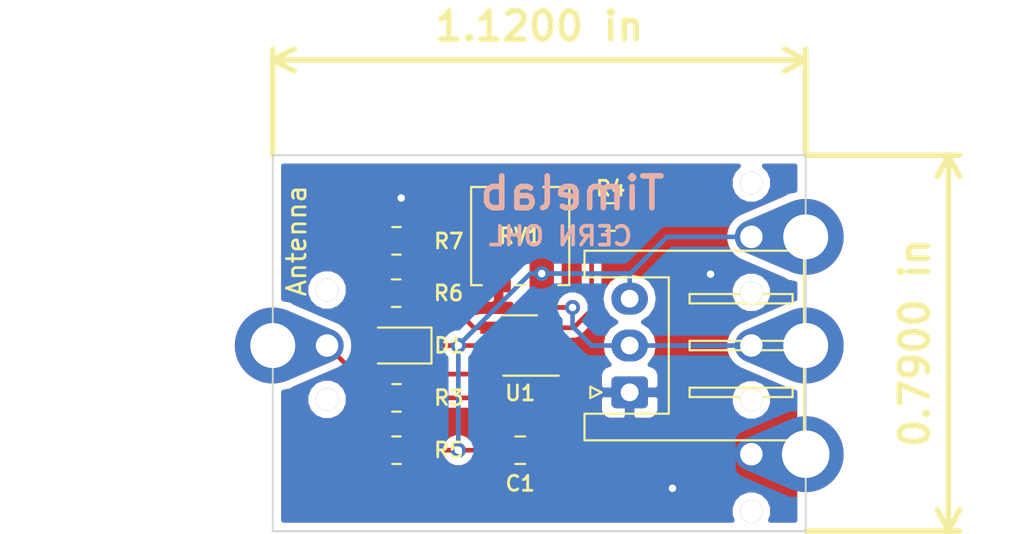
<source format=kicad_pcb>
(kicad_pcb (version 20171130) (host pcbnew 5.0.2+dfsg1-1)

  (general
    (thickness 1.2)
    (drawings 143)
    (tracks 69)
    (zones 0)
    (modules 12)
    (nets 10)
  )

  (page User 150.012 150.012)
  (title_block
    (title "MTCH101Touch Proximity Sensor Switch")
    (date 2021-04-26)
    (rev v02)
    (comment 1 "For Knottex - Timelab")
    (comment 2 "Author: Wendy Van Wynsberghe")
    (comment 3 "License: CERN Open Hardware License")
    (comment 4 CERN-OHL)
  )

  (layers
    (0 F.Cu mixed)
    (31 B.Cu signal)
    (33 F.Adhes user)
    (35 F.Paste user)
    (36 B.SilkS user)
    (37 F.SilkS user)
    (38 B.Mask user)
    (39 F.Mask user)
    (40 Dwgs.User user)
    (41 Cmts.User user)
    (42 Eco1.User user)
    (43 Eco2.User user)
    (44 Edge.Cuts user)
    (45 Margin user)
    (46 B.CrtYd user)
    (47 F.CrtYd user)
    (49 F.Fab user)
  )

  (setup
    (last_trace_width 0.25)
    (trace_clearance 0.25)
    (zone_clearance 0.4)
    (zone_45_only no)
    (trace_min 0.1)
    (segment_width 0.2)
    (edge_width 0.1)
    (via_size 0.8)
    (via_drill 0.4)
    (via_min_size 0.4)
    (via_min_drill 0.3)
    (uvia_size 0.3)
    (uvia_drill 0.1)
    (uvias_allowed no)
    (uvia_min_size 0.2)
    (uvia_min_drill 0.1)
    (pcb_text_width 0.3)
    (pcb_text_size 1.5 1.5)
    (mod_edge_width 0.15)
    (mod_text_size 1 1)
    (mod_text_width 0.15)
    (pad_size 4.05 4.05)
    (pad_drill 2.54)
    (pad_to_mask_clearance 0.0762)
    (solder_mask_min_width 0.25)
    (aux_axis_origin 0 0)
    (grid_origin 74 68)
    (visible_elements FFFFFF7F)
    (pcbplotparams
      (layerselection 0x010f8_ffffffff)
      (usegerberextensions false)
      (usegerberattributes true)
      (usegerberadvancedattributes true)
      (creategerberjobfile true)
      (excludeedgelayer true)
      (linewidth 0.100000)
      (plotframeref false)
      (viasonmask false)
      (mode 1)
      (useauxorigin false)
      (hpglpennumber 1)
      (hpglpenspeed 20)
      (hpglpendiameter 15.000000)
      (psnegative false)
      (psa4output false)
      (plotreference true)
      (plotvalue true)
      (plotinvisibletext false)
      (padsonsilk false)
      (subtractmaskfromsilk false)
      (outputformat 1)
      (mirror false)
      (drillshape 0)
      (scaleselection 1)
      (outputdirectory "/home/maurin/Documents/Github/eTprox/Hardware_electronic/GERBER/"))
  )

  (net 0 "")
  (net 1 GND)
  (net 2 "Net-(D1-Pad2)")
  (net 3 "Net-(R3-Pad2)")
  (net 4 "Net-(R4-Pad2)")
  (net 5 "Net-(R5-Pad1)")
  (net 6 VCC)
  (net 7 SIG)
  (net 8 "Net-(Antenna1-Pad1)")
  (net 9 "Net-(R4-Pad1)")

  (net_class Default "This is the default net class."
    (clearance 0.25)
    (trace_width 0.25)
    (via_dia 0.8)
    (via_drill 0.4)
    (uvia_dia 0.3)
    (uvia_drill 0.1)
    (add_net GND)
    (add_net "Net-(Antenna1-Pad1)")
    (add_net "Net-(D1-Pad2)")
    (add_net "Net-(R3-Pad2)")
    (add_net "Net-(R4-Pad1)")
    (add_net "Net-(R4-Pad2)")
    (add_net "Net-(R5-Pad1)")
    (add_net SIG)
    (add_net VCC)
  )

  (module Connector_JST:JST_XH_S3B-XH-A_1x03_P2.50mm_Horizontal (layer F.Cu) (tedit 6087D2C5) (tstamp 60884E76)
    (at 79.842 70.5 90)
    (descr "JST XH series connector, S3B-XH-A (http://www.jst-mfg.com/product/pdf/eng/eXH.pdf), generated with kicad-footprint-generator")
    (tags "connector JST XH horizontal")
    (path /6087C093)
    (fp_text reference J2 (at -3.85 4.064 180) (layer F.SilkS) hide
      (effects (font (size 1 1) (thickness 0.15)))
    )
    (fp_text value Conn_01x03 (at 2.5 10.4 90) (layer F.Fab)
      (effects (font (size 1 1) (thickness 0.15)))
    )
    (fp_line (start -2.95 -2.8) (end -2.95 9.7) (layer F.CrtYd) (width 0.05))
    (fp_line (start -2.95 9.7) (end 7.95 9.7) (layer F.CrtYd) (width 0.05))
    (fp_line (start 7.95 9.7) (end 7.95 -2.8) (layer F.CrtYd) (width 0.05))
    (fp_line (start 7.95 -2.8) (end -2.95 -2.8) (layer F.CrtYd) (width 0.05))
    (fp_line (start 2.5 9.31) (end -2.56 9.31) (layer F.SilkS) (width 0.12))
    (fp_line (start -2.56 9.31) (end -2.56 -2.41) (layer F.SilkS) (width 0.12))
    (fp_line (start -2.56 -2.41) (end -1.14 -2.41) (layer F.SilkS) (width 0.12))
    (fp_line (start -1.14 -2.41) (end -1.14 2.09) (layer F.SilkS) (width 0.12))
    (fp_line (start -1.14 2.09) (end 2.5 2.09) (layer F.SilkS) (width 0.12))
    (fp_line (start 2.5 9.31) (end 7.56 9.31) (layer F.SilkS) (width 0.12))
    (fp_line (start 7.56 9.31) (end 7.56 -2.41) (layer F.SilkS) (width 0.12))
    (fp_line (start 7.56 -2.41) (end 6.14 -2.41) (layer F.SilkS) (width 0.12))
    (fp_line (start 6.14 -2.41) (end 6.14 2.09) (layer F.SilkS) (width 0.12))
    (fp_line (start 6.14 2.09) (end 2.5 2.09) (layer F.SilkS) (width 0.12))
    (fp_line (start 2.5 9.2) (end -2.45 9.2) (layer F.Fab) (width 0.1))
    (fp_line (start -2.45 9.2) (end -2.45 -2.3) (layer F.Fab) (width 0.1))
    (fp_line (start -2.45 -2.3) (end -1.25 -2.3) (layer F.Fab) (width 0.1))
    (fp_line (start -1.25 -2.3) (end -1.25 2.2) (layer F.Fab) (width 0.1))
    (fp_line (start -1.25 2.2) (end 2.5 2.2) (layer F.Fab) (width 0.1))
    (fp_line (start 2.5 9.2) (end 7.45 9.2) (layer F.Fab) (width 0.1))
    (fp_line (start 7.45 9.2) (end 7.45 -2.3) (layer F.Fab) (width 0.1))
    (fp_line (start 7.45 -2.3) (end 6.25 -2.3) (layer F.Fab) (width 0.1))
    (fp_line (start 6.25 -2.3) (end 6.25 2.2) (layer F.Fab) (width 0.1))
    (fp_line (start 6.25 2.2) (end 2.5 2.2) (layer F.Fab) (width 0.1))
    (fp_line (start -0.25 3.2) (end -0.25 8.7) (layer F.SilkS) (width 0.12))
    (fp_line (start -0.25 8.7) (end 0.25 8.7) (layer F.SilkS) (width 0.12))
    (fp_line (start 0.25 8.7) (end 0.25 3.2) (layer F.SilkS) (width 0.12))
    (fp_line (start 0.25 3.2) (end -0.25 3.2) (layer F.SilkS) (width 0.12))
    (fp_line (start 2.25 3.2) (end 2.25 8.7) (layer F.SilkS) (width 0.12))
    (fp_line (start 2.25 8.7) (end 2.75 8.7) (layer F.SilkS) (width 0.12))
    (fp_line (start 2.75 8.7) (end 2.75 3.2) (layer F.SilkS) (width 0.12))
    (fp_line (start 2.75 3.2) (end 2.25 3.2) (layer F.SilkS) (width 0.12))
    (fp_line (start 4.75 3.2) (end 4.75 8.7) (layer F.SilkS) (width 0.12))
    (fp_line (start 4.75 8.7) (end 5.25 8.7) (layer F.SilkS) (width 0.12))
    (fp_line (start 5.25 8.7) (end 5.25 3.2) (layer F.SilkS) (width 0.12))
    (fp_line (start 5.25 3.2) (end 4.75 3.2) (layer F.SilkS) (width 0.12))
    (fp_line (start 0 -1.5) (end -0.3 -2.1) (layer F.SilkS) (width 0.12))
    (fp_line (start -0.3 -2.1) (end 0.3 -2.1) (layer F.SilkS) (width 0.12))
    (fp_line (start 0.3 -2.1) (end 0 -1.5) (layer F.SilkS) (width 0.12))
    (fp_line (start -0.625 2.2) (end 0 1.2) (layer F.Fab) (width 0.1))
    (fp_line (start 0 1.2) (end 0.625 2.2) (layer F.Fab) (width 0.1))
    (fp_text user %R (at 2.5 3.45 90) (layer F.Fab) hide
      (effects (font (size 1 1) (thickness 0.15)))
    )
    (pad 1 thru_hole roundrect (at 0 0 90) (size 1.7 1.95) (drill 0.95) (layers *.Cu *.Mask) (roundrect_rratio 0.147059)
      (net 1 GND))
    (pad 2 thru_hole oval (at 2.5 0 90) (size 1.7 1.95) (drill 0.95) (layers *.Cu *.Mask)
      (net 7 SIG))
    (pad 3 thru_hole oval (at 5 0 90) (size 1.7 1.95) (drill 0.95) (layers *.Cu *.Mask)
      (net 6 VCC))
    (model ${KISYS3DMOD}/Connector_JST.3dshapes/JST_XH_S3B-XH-A_1x03_P2.50mm_Horizontal.wrl
      (at (xyz 0 0 0))
      (scale (xyz 1 1 1))
      (rotate (xyz 0 0 0))
    )
  )

  (module eTprox:eTprox_Pad_1x01 (layer F.Cu) (tedit 6087CA77) (tstamp 60884D34)
    (at 60.792 68 90)
    (descr "Wire solder connection")
    (tags connector)
    (path /6086F56F)
    (attr virtual)
    (fp_text reference Antenna (at 5.588 1.27 270) (layer F.SilkS)
      (effects (font (size 1 1) (thickness 0.15)))
    )
    (fp_text value Conn_01x01 (at 0 -4 90) (layer F.Fab)
      (effects (font (size 1 1) (thickness 0.15)))
    )
    (fp_poly (pts (xy 0.725 3.2625) (xy 1.8125 0.725) (xy -1.8125 0.725) (xy -0.725 3.2625)) (layer B.Paste) (width 0.15))
    (fp_poly (pts (xy 0.725 3.2625) (xy 1.8125 0.725) (xy -1.8125 0.725) (xy -0.725 3.2625)) (layer B.Cu) (width 0.15))
    (fp_line (start 4 4.25) (end -4 4.25) (layer F.CrtYd) (width 0.05))
    (fp_line (start 4 4.25) (end 4 -2.5) (layer F.CrtYd) (width 0.05))
    (fp_line (start -4 -2.5) (end -4 4.25) (layer F.CrtYd) (width 0.05))
    (fp_line (start -4 -2.5) (end 4 -2.5) (layer F.CrtYd) (width 0.05))
    (fp_text user %R (at 5.588 1.27 90) (layer F.Fab)
      (effects (font (size 1 1) (thickness 0.15)))
    )
    (pad 5 thru_hole circle (at -2.878 2.9 90) (size 1.2 1.2) (drill 1.2) (layers *.Cu *.Mask))
    (pad 5 thru_hole circle (at 2.964 2.9 90) (size 1.2 1.2) (drill 1.2) (layers *.Cu *.Mask))
    (pad 1 thru_hole oval (at 0 0 90) (size 4.05 4.05) (drill 2.4) (layers *.Cu *.Paste *.Mask)
      (net 8 "Net-(Antenna1-Pad1)"))
    (pad 1 thru_hole custom (at 0 2.9 90) (size 1.77 1.77) (drill 1.2) (layers *.Cu *.Paste *.Mask)
      (net 8 "Net-(Antenna1-Pad1)") (zone_connect 0)
      (options (clearance outline) (anchor circle))
      (primitives
        (gr_poly (pts
           (xy 0.725 0.3625) (xy 1.8125 -2.175) (xy -1.8125 -2.175) (xy -0.725 0.3625)) (width 0.15))
      ))
  )

  (module Potentiometer_SMD:Potentiometer_Vishay_TS53YJ_Vertical (layer F.Cu) (tedit 6086FE86) (tstamp 6086FB05)
    (at 74 62.158 270)
    (descr "Potentiometer, vertical, Vishay TS53YJ, https://www.vishay.com/docs/51008/ts53.pdf")
    (tags "Potentiometer vertical Vishay TS53YJ")
    (path /60871407)
    (attr smd)
    (fp_text reference RV1 (at 0 0) (layer F.SilkS)
      (effects (font (size 0.8 0.8) (thickness 0.15)))
    )
    (fp_text value 10K (at 0 1.778 270) (layer F.Fab)
      (effects (font (size 1 1) (thickness 0.15)))
    )
    (fp_circle (center 0 0) (end 1.15 0) (layer F.Fab) (width 0.1))
    (fp_line (start -2.5 -2.5) (end -2.5 2.5) (layer F.Fab) (width 0.1))
    (fp_line (start -2.5 2.5) (end 2.5 2.5) (layer F.Fab) (width 0.1))
    (fp_line (start 2.5 2.5) (end 2.5 -2.5) (layer F.Fab) (width 0.1))
    (fp_line (start 2.5 -2.5) (end -2.5 -2.5) (layer F.Fab) (width 0.1))
    (fp_line (start -0.92 -0.058) (end -0.058 -0.058) (layer F.Fab) (width 0.1))
    (fp_line (start -0.058 -0.058) (end -0.058 -0.92) (layer F.Fab) (width 0.1))
    (fp_line (start -0.058 -0.92) (end 0.058 -0.92) (layer F.Fab) (width 0.1))
    (fp_line (start 0.058 -0.92) (end 0.058 -0.058) (layer F.Fab) (width 0.1))
    (fp_line (start 0.058 -0.058) (end 0.92 -0.058) (layer F.Fab) (width 0.1))
    (fp_line (start 0.92 -0.058) (end 0.92 0.058) (layer F.Fab) (width 0.1))
    (fp_line (start 0.92 0.058) (end 0.058 0.058) (layer F.Fab) (width 0.1))
    (fp_line (start 0.058 0.058) (end 0.058 0.92) (layer F.Fab) (width 0.1))
    (fp_line (start 0.058 0.92) (end -0.058 0.92) (layer F.Fab) (width 0.1))
    (fp_line (start -0.058 0.92) (end -0.058 0.058) (layer F.Fab) (width 0.1))
    (fp_line (start -0.058 0.058) (end -0.92 0.058) (layer F.Fab) (width 0.1))
    (fp_line (start -0.92 0.058) (end -0.92 -0.058) (layer F.Fab) (width 0.1))
    (fp_line (start -2.62 -2.62) (end 2.62 -2.62) (layer F.SilkS) (width 0.12))
    (fp_line (start -2.62 2.62) (end 2.62 2.62) (layer F.SilkS) (width 0.12))
    (fp_line (start -2.62 -2.62) (end -2.62 -1.24) (layer F.SilkS) (width 0.12))
    (fp_line (start -2.62 1.24) (end -2.62 2.62) (layer F.SilkS) (width 0.12))
    (fp_line (start 2.62 -2.62) (end 2.62 -2.039) (layer F.SilkS) (width 0.12))
    (fp_line (start 2.62 -0.26) (end 2.62 0.26) (layer F.SilkS) (width 0.12))
    (fp_line (start 2.62 2.04) (end 2.62 2.62) (layer F.SilkS) (width 0.12))
    (fp_line (start -3.25 -2.75) (end -3.25 2.75) (layer F.CrtYd) (width 0.05))
    (fp_line (start -3.25 2.75) (end 3.25 2.75) (layer F.CrtYd) (width 0.05))
    (fp_line (start 3.25 2.75) (end 3.25 -2.75) (layer F.CrtYd) (width 0.05))
    (fp_line (start 3.25 -2.75) (end -3.25 -2.75) (layer F.CrtYd) (width 0.05))
    (fp_text user %R (at 0 -2 270) (layer F.Fab)
      (effects (font (size 0.68 0.68) (thickness 0.15)))
    )
    (pad 1 smd rect (at 2 -1.15 270) (size 2 1.3) (layers F.Cu F.Paste F.Mask)
      (net 6 VCC))
    (pad 2 smd rect (at -2 0 270) (size 2 2) (layers F.Cu F.Paste F.Mask)
      (net 9 "Net-(R4-Pad1)"))
    (pad 3 smd rect (at 2 1.15 270) (size 2 1.3) (layers F.Cu F.Paste F.Mask)
      (net 1 GND))
    (model ${KISYS3DMOD}/Potentiometer_SMD.3dshapes/Potentiometer_Vishay_TS53YJ_Vertical.wrl
      (at (xyz 0 0 0))
      (scale (xyz 1 1 1))
      (rotate (xyz 0 0 0))
    )
  )

  (module eTprox:eTprox_Pad_1x03 (layer F.Cu) (tedit 6087D2A9) (tstamp 60958936)
    (at 89.24 68 270)
    (descr "Wire solder connection")
    (tags connector)
    (path /6086B6B2)
    (attr virtual)
    (fp_text reference J1 (at -9 5 90) (layer F.SilkS) hide
      (effects (font (size 1 1) (thickness 0.15)))
    )
    (fp_text value Conn_01x03 (at -5 -4 270) (layer F.Fab)
      (effects (font (size 1 1) (thickness 0.15)))
    )
    (fp_text user %R (at -9 5 270) (layer F.Fab) hide
      (effects (font (size 1 1) (thickness 0.15)))
    )
    (fp_line (start -10.16 -2.54) (end 9.906 -2.54) (layer F.CrtYd) (width 0.05))
    (fp_line (start -10.16 -2.54) (end -10.16 4.064) (layer F.CrtYd) (width 0.05))
    (fp_line (start 9.906 4.064) (end 9.906 -2.54) (layer F.CrtYd) (width 0.05))
    (fp_line (start 9.906 4.064) (end -10.16 4.064) (layer F.CrtYd) (width 0.05))
    (fp_poly (pts (xy 6.525 3.2625) (xy 7.6125 0.725) (xy 3.9875 0.725) (xy 5.075 3.2625)) (layer B.Cu) (width 0.15))
    (fp_poly (pts (xy 0.725 3.2625) (xy 1.8125 0.725) (xy -1.8125 0.725) (xy -0.725 3.2625)) (layer B.Cu) (width 0.15))
    (fp_poly (pts (xy -5.075 3.2625) (xy -3.9875 0.725) (xy -7.6125 0.725) (xy -6.525 3.2625)) (layer B.Cu) (width 0.15))
    (fp_poly (pts (xy 6.525 3.2625) (xy 7.6125 0.725) (xy 3.9875 0.725) (xy 5.075 3.2625)) (layer B.Paste) (width 0.15))
    (fp_poly (pts (xy 0.725 3.2625) (xy 1.8125 0.725) (xy -1.8125 0.725) (xy -0.725 3.2625)) (layer B.Paste) (width 0.15))
    (fp_poly (pts (xy -5.075 3.2625) (xy -3.9875 0.725) (xy -7.6125 0.725) (xy -6.525 3.2625)) (layer B.Paste) (width 0.15))
    (pad 3 thru_hole custom (at 5.8 2.9 270) (size 1.77 1.77) (drill 1.2) (layers *.Cu *.Paste *.Mask)
      (net 1 GND) (zone_connect 2)
      (options (clearance outline) (anchor circle))
      (primitives
        (gr_poly (pts
           (xy 0.725 0.3625) (xy 1.8125 -2.175) (xy -1.8125 -2.175) (xy -0.725 0.3625)) (width 0.15))
      ))
    (pad 2 thru_hole custom (at 0 2.9 270) (size 1.77 1.77) (drill 1.2) (layers *.Cu *.Paste *.Mask)
      (net 7 SIG) (zone_connect 0)
      (options (clearance outline) (anchor circle))
      (primitives
        (gr_poly (pts
           (xy 0.725 0.3625) (xy 1.8125 -2.175) (xy -1.8125 -2.175) (xy -0.725 0.3625)) (width 0.15))
      ))
    (pad 1 thru_hole custom (at -5.8 2.9 270) (size 1.77 1.77) (drill 1.2) (layers *.Cu *.Paste *.Mask)
      (net 6 VCC) (zone_connect 0)
      (options (clearance outline) (anchor circle))
      (primitives
        (gr_poly (pts
           (xy 0.725 0.3625) (xy 1.8125 -2.175) (xy -1.8125 -2.175) (xy -0.725 0.3625)) (width 0.15))
      ))
    (pad 2 thru_hole oval (at 0 0 270) (size 4.05 4.05) (drill 2.4) (layers *.Cu *.Paste *.Mask)
      (net 7 SIG))
    (pad 3 thru_hole oval (at 5.8 0 270) (size 4.05 4.05) (drill 2.54) (layers *.Cu *.Paste *.Mask)
      (net 1 GND) (zone_connect 2))
    (pad 1 thru_hole oval (at -5.8 0 270) (size 4.05 4.05) (drill 2.4) (layers *.Cu *.Paste *.Mask)
      (net 6 VCC))
    (pad 5 thru_hole circle (at 2.9 2.9 270) (size 1.2 1.2) (drill 1.2) (layers *.Cu *.Mask))
    (pad 5 thru_hole circle (at -2.836 2.9 270) (size 1.2 1.2) (drill 1.2) (layers *.Cu *.Mask))
    (pad 5 thru_hole circle (at 8.848 2.9 270) (size 1.2 1.2) (drill 1.2) (layers *.Cu *.Mask))
    (pad 5 thru_hole circle (at -8.678 2.9 270) (size 1.2 1.2) (drill 1.2) (layers *.Cu *.Mask))
  )

  (module Package_TO_SOT_SMD:SOT-23-6_Handsoldering (layer F.Cu) (tedit 6086E784) (tstamp 6086DCE0)
    (at 74 68 180)
    (descr "6-pin SOT-23 package, Handsoldering")
    (tags "SOT-23-6 Handsoldering")
    (path /6086958E)
    (attr smd)
    (fp_text reference U1 (at 0 -2.54 180) (layer F.SilkS)
      (effects (font (size 0.8 0.8) (thickness 0.15)))
    )
    (fp_text value MTCH101 (at 0 -3.81 180) (layer F.Fab)
      (effects (font (size 1 1) (thickness 0.15)))
    )
    (fp_text user %R (at 0 0 -90) (layer F.Fab)
      (effects (font (size 0.5 0.5) (thickness 0.075)))
    )
    (fp_line (start -0.9 1.61) (end 0.9 1.61) (layer F.SilkS) (width 0.12))
    (fp_line (start 0.9 -1.61) (end -2.05 -1.61) (layer F.SilkS) (width 0.12))
    (fp_line (start -2.4 1.8) (end -2.4 -1.8) (layer F.CrtYd) (width 0.05))
    (fp_line (start 2.4 1.8) (end -2.4 1.8) (layer F.CrtYd) (width 0.05))
    (fp_line (start 2.4 -1.8) (end 2.4 1.8) (layer F.CrtYd) (width 0.05))
    (fp_line (start -2.4 -1.8) (end 2.4 -1.8) (layer F.CrtYd) (width 0.05))
    (fp_line (start -0.9 -0.9) (end -0.25 -1.55) (layer F.Fab) (width 0.1))
    (fp_line (start 0.9 -1.55) (end -0.25 -1.55) (layer F.Fab) (width 0.1))
    (fp_line (start -0.9 -0.9) (end -0.9 1.55) (layer F.Fab) (width 0.1))
    (fp_line (start 0.9 1.55) (end -0.9 1.55) (layer F.Fab) (width 0.1))
    (fp_line (start 0.9 -1.55) (end 0.9 1.55) (layer F.Fab) (width 0.1))
    (pad 1 smd rect (at -1.35 -0.95 180) (size 1.56 0.65) (layers F.Cu F.Paste F.Mask)
      (net 3 "Net-(R3-Pad2)"))
    (pad 2 smd rect (at -1.35 0 180) (size 1.56 0.65) (layers F.Cu F.Paste F.Mask)
      (net 1 GND))
    (pad 3 smd rect (at -1.35 0.95 180) (size 1.56 0.65) (layers F.Cu F.Paste F.Mask)
      (net 4 "Net-(R4-Pad2)"))
    (pad 4 smd rect (at 1.35 0.95 180) (size 1.56 0.65) (layers F.Cu F.Paste F.Mask)
      (net 7 SIG))
    (pad 6 smd rect (at 1.35 -0.95 180) (size 1.56 0.65) (layers F.Cu F.Paste F.Mask)
      (net 5 "Net-(R5-Pad1)"))
    (pad 5 smd rect (at 1.35 0 180) (size 1.56 0.65) (layers F.Cu F.Paste F.Mask)
      (net 6 VCC))
    (model ${KISYS3DMOD}/Package_TO_SOT_SMD.3dshapes/SOT-23-6.wrl
      (at (xyz 0 0 0))
      (scale (xyz 1 1 1))
      (rotate (xyz 0 0 0))
    )
  )

  (module LED_SMD:LED_0805_2012Metric_Pad1.15x1.40mm_HandSolder (layer F.Cu) (tedit 6086E772) (tstamp 6095FE02)
    (at 67.405 68 180)
    (descr "LED SMD 0805 (2012 Metric), square (rectangular) end terminal, IPC_7351 nominal, (Body size source: https://docs.google.com/spreadsheets/d/1BsfQQcO9C6DZCsRaXUlFlo91Tg2WpOkGARC1WS5S8t0/edit?usp=sharing), generated with kicad-footprint-generator")
    (tags "LED handsolder")
    (path /5EF52969)
    (attr smd)
    (fp_text reference D1 (at -2.794 0 180) (layer F.SilkS)
      (effects (font (size 0.8 0.8) (thickness 0.15)))
    )
    (fp_text value LED (at 0.009 0 180) (layer F.Fab)
      (effects (font (size 1 1) (thickness 0.15)))
    )
    (fp_line (start 1 -0.6) (end -0.7 -0.6) (layer F.Fab) (width 0.1))
    (fp_line (start -0.7 -0.6) (end -1 -0.3) (layer F.Fab) (width 0.1))
    (fp_line (start -1 -0.3) (end -1 0.6) (layer F.Fab) (width 0.1))
    (fp_line (start -1 0.6) (end 1 0.6) (layer F.Fab) (width 0.1))
    (fp_line (start 1 0.6) (end 1 -0.6) (layer F.Fab) (width 0.1))
    (fp_line (start 1 -0.96) (end -1.86 -0.96) (layer F.SilkS) (width 0.12))
    (fp_line (start -1.86 -0.96) (end -1.86 0.96) (layer F.SilkS) (width 0.12))
    (fp_line (start -1.86 0.96) (end 1 0.96) (layer F.SilkS) (width 0.12))
    (fp_line (start -1.85 0.95) (end -1.85 -0.95) (layer F.CrtYd) (width 0.05))
    (fp_line (start -1.85 -0.95) (end 1.85 -0.95) (layer F.CrtYd) (width 0.05))
    (fp_line (start 1.85 -0.95) (end 1.85 0.95) (layer F.CrtYd) (width 0.05))
    (fp_line (start 1.85 0.95) (end -1.85 0.95) (layer F.CrtYd) (width 0.05))
    (fp_text user %R (at 0 0 180) (layer F.Fab)
      (effects (font (size 0.5 0.5) (thickness 0.08)))
    )
    (pad 1 smd roundrect (at -1.025 0 180) (size 1.15 1.4) (layers F.Cu F.Paste F.Mask) (roundrect_rratio 0.217391)
      (net 6 VCC))
    (pad 2 smd roundrect (at 1.025 0 180) (size 1.15 1.4) (layers F.Cu F.Paste F.Mask) (roundrect_rratio 0.217391)
      (net 2 "Net-(D1-Pad2)"))
    (model ${KISYS3DMOD}/LED_SMD.3dshapes/LED_0805_2012Metric.wrl
      (at (xyz 0 0 0))
      (scale (xyz 1 1 1))
      (rotate (xyz 0 0 0))
    )
  )

  (module Capacitor_SMD:C_0805_2012Metric_Pad1.18x1.45mm_HandSolder (layer F.Cu) (tedit 6086E753) (tstamp 6095EA90)
    (at 74 73.588)
    (descr "Capacitor SMD 0805 (2012 Metric), square (rectangular) end terminal, IPC_7351 nominal with elongated pad for handsoldering. (Body size source: IPC-SM-782 page 76, https://www.pcb-3d.com/wordpress/wp-content/uploads/ipc-sm-782a_amendment_1_and_2.pdf, https://docs.google.com/spreadsheets/d/1BsfQQcO9C6DZCsRaXUlFlo91Tg2WpOkGARC1WS5S8t0/edit?usp=sharing), generated with kicad-footprint-generator")
    (tags "capacitor handsolder")
    (path /5EEEBBF2)
    (attr smd)
    (fp_text reference C1 (at 0 1.778) (layer F.SilkS)
      (effects (font (size 0.8 0.8) (thickness 0.15)))
    )
    (fp_text value 0.1µF (at 0 1.68) (layer F.Fab)
      (effects (font (size 1 1) (thickness 0.15)))
    )
    (fp_line (start -1 0.625) (end -1 -0.625) (layer F.Fab) (width 0.1))
    (fp_line (start -1 -0.625) (end 1 -0.625) (layer F.Fab) (width 0.1))
    (fp_line (start 1 -0.625) (end 1 0.625) (layer F.Fab) (width 0.1))
    (fp_line (start 1 0.625) (end -1 0.625) (layer F.Fab) (width 0.1))
    (fp_line (start -0.261252 -0.735) (end 0.261252 -0.735) (layer F.SilkS) (width 0.12))
    (fp_line (start -0.261252 0.735) (end 0.261252 0.735) (layer F.SilkS) (width 0.12))
    (fp_line (start -1.88 0.98) (end -1.88 -0.98) (layer F.CrtYd) (width 0.05))
    (fp_line (start -1.88 -0.98) (end 1.88 -0.98) (layer F.CrtYd) (width 0.05))
    (fp_line (start 1.88 -0.98) (end 1.88 0.98) (layer F.CrtYd) (width 0.05))
    (fp_line (start 1.88 0.98) (end -1.88 0.98) (layer F.CrtYd) (width 0.05))
    (fp_text user %R (at 0 0) (layer F.Fab)
      (effects (font (size 0.5 0.5) (thickness 0.08)))
    )
    (pad 1 smd roundrect (at -1.0375 0) (size 1.175 1.45) (layers F.Cu F.Paste F.Mask) (roundrect_rratio 0.212766)
      (net 6 VCC))
    (pad 2 smd roundrect (at 1.0375 0) (size 1.175 1.45) (layers F.Cu F.Paste F.Mask) (roundrect_rratio 0.212766)
      (net 1 GND))
    (model ${KISYS3DMOD}/Capacitor_SMD.3dshapes/C_0805_2012Metric.wrl
      (at (xyz 0 0 0))
      (scale (xyz 1 1 1))
      (rotate (xyz 0 0 0))
    )
  )

  (module Resistor_SMD:R_0805_2012Metric_Pad1.20x1.40mm_HandSolder (layer F.Cu) (tedit 6086E76B) (tstamp 6086DCD0)
    (at 67.396 62.412)
    (descr "Resistor SMD 0805 (2012 Metric), square (rectangular) end terminal, IPC_7351 nominal with elongated pad for handsoldering. (Body size source: IPC-SM-782 page 72, https://www.pcb-3d.com/wordpress/wp-content/uploads/ipc-sm-782a_amendment_1_and_2.pdf), generated with kicad-footprint-generator")
    (tags "resistor handsolder")
    (path /5EF1344E)
    (attr smd)
    (fp_text reference R7 (at 2.794 0.02) (layer F.SilkS)
      (effects (font (size 0.8 0.8) (thickness 0.15)))
    )
    (fp_text value 4.7K (at 0 0.02) (layer F.Fab)
      (effects (font (size 1 1) (thickness 0.15)))
    )
    (fp_line (start -1 0.625) (end -1 -0.625) (layer F.Fab) (width 0.1))
    (fp_line (start -1 -0.625) (end 1 -0.625) (layer F.Fab) (width 0.1))
    (fp_line (start 1 -0.625) (end 1 0.625) (layer F.Fab) (width 0.1))
    (fp_line (start 1 0.625) (end -1 0.625) (layer F.Fab) (width 0.1))
    (fp_line (start -0.227064 -0.735) (end 0.227064 -0.735) (layer F.SilkS) (width 0.12))
    (fp_line (start -0.227064 0.735) (end 0.227064 0.735) (layer F.SilkS) (width 0.12))
    (fp_line (start -1.85 0.95) (end -1.85 -0.95) (layer F.CrtYd) (width 0.05))
    (fp_line (start -1.85 -0.95) (end 1.85 -0.95) (layer F.CrtYd) (width 0.05))
    (fp_line (start 1.85 -0.95) (end 1.85 0.95) (layer F.CrtYd) (width 0.05))
    (fp_line (start 1.85 0.95) (end -1.85 0.95) (layer F.CrtYd) (width 0.05))
    (fp_text user %R (at 0 0) (layer F.Fab)
      (effects (font (size 0.5 0.5) (thickness 0.08)))
    )
    (pad 1 smd roundrect (at -1 0) (size 1.2 1.4) (layers F.Cu F.Paste F.Mask) (roundrect_rratio 0.208333)
      (net 6 VCC))
    (pad 2 smd roundrect (at 1 0) (size 1.2 1.4) (layers F.Cu F.Paste F.Mask) (roundrect_rratio 0.208333)
      (net 7 SIG))
    (model ${KISYS3DMOD}/Resistor_SMD.3dshapes/R_0805_2012Metric.wrl
      (at (xyz 0 0 0))
      (scale (xyz 1 1 1))
      (rotate (xyz 0 0 0))
    )
  )

  (module Resistor_SMD:R_0805_2012Metric_Pad1.20x1.40mm_HandSolder (layer F.Cu) (tedit 6086E778) (tstamp 6086DCC0)
    (at 67.38 65.206)
    (descr "Resistor SMD 0805 (2012 Metric), square (rectangular) end terminal, IPC_7351 nominal with elongated pad for handsoldering. (Body size source: IPC-SM-782 page 72, https://www.pcb-3d.com/wordpress/wp-content/uploads/ipc-sm-782a_amendment_1_and_2.pdf), generated with kicad-footprint-generator")
    (tags "resistor handsolder")
    (path /5EEF14DA)
    (attr smd)
    (fp_text reference R6 (at 2.794 0) (layer F.SilkS)
      (effects (font (size 0.8 0.8) (thickness 0.15)))
    )
    (fp_text value 1K (at 0.016 0) (layer F.Fab)
      (effects (font (size 1 1) (thickness 0.15)))
    )
    (fp_text user %R (at 0 0) (layer F.Fab)
      (effects (font (size 0.5 0.5) (thickness 0.08)))
    )
    (fp_line (start 1.85 0.95) (end -1.85 0.95) (layer F.CrtYd) (width 0.05))
    (fp_line (start 1.85 -0.95) (end 1.85 0.95) (layer F.CrtYd) (width 0.05))
    (fp_line (start -1.85 -0.95) (end 1.85 -0.95) (layer F.CrtYd) (width 0.05))
    (fp_line (start -1.85 0.95) (end -1.85 -0.95) (layer F.CrtYd) (width 0.05))
    (fp_line (start -0.227064 0.735) (end 0.227064 0.735) (layer F.SilkS) (width 0.12))
    (fp_line (start -0.227064 -0.735) (end 0.227064 -0.735) (layer F.SilkS) (width 0.12))
    (fp_line (start 1 0.625) (end -1 0.625) (layer F.Fab) (width 0.1))
    (fp_line (start 1 -0.625) (end 1 0.625) (layer F.Fab) (width 0.1))
    (fp_line (start -1 -0.625) (end 1 -0.625) (layer F.Fab) (width 0.1))
    (fp_line (start -1 0.625) (end -1 -0.625) (layer F.Fab) (width 0.1))
    (pad 2 smd roundrect (at 1 0) (size 1.2 1.4) (layers F.Cu F.Paste F.Mask) (roundrect_rratio 0.208333)
      (net 7 SIG))
    (pad 1 smd roundrect (at -1 0) (size 1.2 1.4) (layers F.Cu F.Paste F.Mask) (roundrect_rratio 0.208333)
      (net 2 "Net-(D1-Pad2)"))
    (model ${KISYS3DMOD}/Resistor_SMD.3dshapes/R_0805_2012Metric.wrl
      (at (xyz 0 0 0))
      (scale (xyz 1 1 1))
      (rotate (xyz 0 0 0))
    )
  )

  (module Resistor_SMD:R_0805_2012Metric_Pad1.20x1.40mm_HandSolder (layer F.Cu) (tedit 6086E736) (tstamp 6086DCB0)
    (at 67.396 73.588)
    (descr "Resistor SMD 0805 (2012 Metric), square (rectangular) end terminal, IPC_7351 nominal with elongated pad for handsoldering. (Body size source: IPC-SM-782 page 72, https://www.pcb-3d.com/wordpress/wp-content/uploads/ipc-sm-782a_amendment_1_and_2.pdf), generated with kicad-footprint-generator")
    (tags "resistor handsolder")
    (path /5EEF1130)
    (attr smd)
    (fp_text reference R5 (at 2.794 0) (layer F.SilkS)
      (effects (font (size 0.8 0.8) (thickness 0.15)))
    )
    (fp_text value 10K (at 0 0) (layer F.Fab)
      (effects (font (size 1 1) (thickness 0.15)))
    )
    (fp_line (start -1 0.625) (end -1 -0.625) (layer F.Fab) (width 0.1))
    (fp_line (start -1 -0.625) (end 1 -0.625) (layer F.Fab) (width 0.1))
    (fp_line (start 1 -0.625) (end 1 0.625) (layer F.Fab) (width 0.1))
    (fp_line (start 1 0.625) (end -1 0.625) (layer F.Fab) (width 0.1))
    (fp_line (start -0.227064 -0.735) (end 0.227064 -0.735) (layer F.SilkS) (width 0.12))
    (fp_line (start -0.227064 0.735) (end 0.227064 0.735) (layer F.SilkS) (width 0.12))
    (fp_line (start -1.85 0.95) (end -1.85 -0.95) (layer F.CrtYd) (width 0.05))
    (fp_line (start -1.85 -0.95) (end 1.85 -0.95) (layer F.CrtYd) (width 0.05))
    (fp_line (start 1.85 -0.95) (end 1.85 0.95) (layer F.CrtYd) (width 0.05))
    (fp_line (start 1.85 0.95) (end -1.85 0.95) (layer F.CrtYd) (width 0.05))
    (fp_text user %R (at 0 0) (layer F.Fab)
      (effects (font (size 0.5 0.5) (thickness 0.08)))
    )
    (pad 1 smd roundrect (at -1 0) (size 1.2 1.4) (layers F.Cu F.Paste F.Mask) (roundrect_rratio 0.208333)
      (net 5 "Net-(R5-Pad1)"))
    (pad 2 smd roundrect (at 1 0) (size 1.2 1.4) (layers F.Cu F.Paste F.Mask) (roundrect_rratio 0.208333)
      (net 6 VCC))
    (model ${KISYS3DMOD}/Resistor_SMD.3dshapes/R_0805_2012Metric.wrl
      (at (xyz 0 0 0))
      (scale (xyz 1 1 1))
      (rotate (xyz 0 0 0))
    )
  )

  (module Resistor_SMD:R_0805_2012Metric_Pad1.20x1.40mm_HandSolder (layer F.Cu) (tedit 6086E6EE) (tstamp 6086DCA0)
    (at 78.826 61.142)
    (descr "Resistor SMD 0805 (2012 Metric), square (rectangular) end terminal, IPC_7351 nominal with elongated pad for handsoldering. (Body size source: IPC-SM-782 page 72, https://www.pcb-3d.com/wordpress/wp-content/uploads/ipc-sm-782a_amendment_1_and_2.pdf), generated with kicad-footprint-generator")
    (tags "resistor handsolder")
    (path /5EEF01B8)
    (attr smd)
    (fp_text reference R4 (at 0 -1.524) (layer F.SilkS)
      (effects (font (size 0.8 0.8) (thickness 0.15)))
    )
    (fp_text value 10K (at 0 0) (layer F.Fab)
      (effects (font (size 1 1) (thickness 0.15)))
    )
    (fp_text user %R (at 0 0) (layer F.Fab)
      (effects (font (size 0.5 0.5) (thickness 0.08)))
    )
    (fp_line (start 1.85 0.95) (end -1.85 0.95) (layer F.CrtYd) (width 0.05))
    (fp_line (start 1.85 -0.95) (end 1.85 0.95) (layer F.CrtYd) (width 0.05))
    (fp_line (start -1.85 -0.95) (end 1.85 -0.95) (layer F.CrtYd) (width 0.05))
    (fp_line (start -1.85 0.95) (end -1.85 -0.95) (layer F.CrtYd) (width 0.05))
    (fp_line (start -0.227064 0.735) (end 0.227064 0.735) (layer F.SilkS) (width 0.12))
    (fp_line (start -0.227064 -0.735) (end 0.227064 -0.735) (layer F.SilkS) (width 0.12))
    (fp_line (start 1 0.625) (end -1 0.625) (layer F.Fab) (width 0.1))
    (fp_line (start 1 -0.625) (end 1 0.625) (layer F.Fab) (width 0.1))
    (fp_line (start -1 -0.625) (end 1 -0.625) (layer F.Fab) (width 0.1))
    (fp_line (start -1 0.625) (end -1 -0.625) (layer F.Fab) (width 0.1))
    (pad 2 smd roundrect (at 1 0) (size 1.2 1.4) (layers F.Cu F.Paste F.Mask) (roundrect_rratio 0.208333)
      (net 4 "Net-(R4-Pad2)"))
    (pad 1 smd roundrect (at -1 0) (size 1.2 1.4) (layers F.Cu F.Paste F.Mask) (roundrect_rratio 0.208333)
      (net 9 "Net-(R4-Pad1)"))
    (model ${KISYS3DMOD}/Resistor_SMD.3dshapes/R_0805_2012Metric.wrl
      (at (xyz 0 0 0))
      (scale (xyz 1 1 1))
      (rotate (xyz 0 0 0))
    )
  )

  (module Resistor_SMD:R_0805_2012Metric_Pad1.20x1.40mm_HandSolder (layer F.Cu) (tedit 6086E729) (tstamp 6086DC90)
    (at 67.396 70.794)
    (descr "Resistor SMD 0805 (2012 Metric), square (rectangular) end terminal, IPC_7351 nominal with elongated pad for handsoldering. (Body size source: IPC-SM-782 page 72, https://www.pcb-3d.com/wordpress/wp-content/uploads/ipc-sm-782a_amendment_1_and_2.pdf), generated with kicad-footprint-generator")
    (tags "resistor handsolder")
    (path /5EECE401)
    (attr smd)
    (fp_text reference R3 (at 2.794 0) (layer F.SilkS)
      (effects (font (size 0.8 0.8) (thickness 0.15)))
    )
    (fp_text value 4.7K (at 0 0) (layer F.Fab)
      (effects (font (size 1 1) (thickness 0.15)))
    )
    (fp_line (start -1 0.625) (end -1 -0.625) (layer F.Fab) (width 0.1))
    (fp_line (start -1 -0.625) (end 1 -0.625) (layer F.Fab) (width 0.1))
    (fp_line (start 1 -0.625) (end 1 0.625) (layer F.Fab) (width 0.1))
    (fp_line (start 1 0.625) (end -1 0.625) (layer F.Fab) (width 0.1))
    (fp_line (start -0.227064 -0.735) (end 0.227064 -0.735) (layer F.SilkS) (width 0.12))
    (fp_line (start -0.227064 0.735) (end 0.227064 0.735) (layer F.SilkS) (width 0.12))
    (fp_line (start -1.85 0.95) (end -1.85 -0.95) (layer F.CrtYd) (width 0.05))
    (fp_line (start -1.85 -0.95) (end 1.85 -0.95) (layer F.CrtYd) (width 0.05))
    (fp_line (start 1.85 -0.95) (end 1.85 0.95) (layer F.CrtYd) (width 0.05))
    (fp_line (start 1.85 0.95) (end -1.85 0.95) (layer F.CrtYd) (width 0.05))
    (fp_text user %R (at 0 0) (layer F.Fab)
      (effects (font (size 0.5 0.5) (thickness 0.08)))
    )
    (pad 1 smd roundrect (at -1 0) (size 1.2 1.4) (layers F.Cu F.Paste F.Mask) (roundrect_rratio 0.208333)
      (net 8 "Net-(Antenna1-Pad1)"))
    (pad 2 smd roundrect (at 1 0) (size 1.2 1.4) (layers F.Cu F.Paste F.Mask) (roundrect_rratio 0.208333)
      (net 3 "Net-(R3-Pad2)"))
    (model ${KISYS3DMOD}/Resistor_SMD.3dshapes/R_0805_2012Metric.wrl
      (at (xyz 0 0 0))
      (scale (xyz 1 1 1))
      (rotate (xyz 0 0 0))
    )
  )

  (gr_text Timelab (at 81.874 59.872) (layer B.SilkS)
    (effects (font (size 1.7 1.7) (thickness 0.3)) (justify left mirror))
  )
  (gr_text "CERN OHL" (at 80.096 62.158) (layer B.SilkS)
    (effects (font (size 1 1) (thickness 0.2)) (justify left mirror))
  )
  (gr_text eTprox (at 82.128 73.842) (layer B.Mask)
    (effects (font (size 1.5 1.5) (thickness 0.3) italic) (justify left mirror))
  )
  (gr_line (start 83.694331 59.953737) (end 83.694331 61.007163) (layer F.Mask) (width 0.2) (tstamp 6087D65C))
  (gr_line (start 84.2251 60.48049) (end 83.171674 60.48049) (layer F.Mask) (width 0.2))
  (gr_line (start 82.84141 75.3295) (end 82.8707 75.2532) (layer F.Mask) (width 0.2))
  (gr_line (start 82.81994 75.4091) (end 82.84141 75.3295) (layer F.Mask) (width 0.2))
  (gr_line (start 84.53994 75.4916) (end 84.54444 75.5765) (layer F.Mask) (width 0.2))
  (gr_line (start 84.52674 75.4091) (end 84.53994 75.4916) (layer F.Mask) (width 0.2))
  (gr_line (start 82.862396 60.2335) (end 82.891689 60.1572) (layer F.Mask) (width 0.2))
  (gr_line (start 82.84093 60.3131) (end 82.862396 60.2335) (layer F.Mask) (width 0.2))
  (gr_line (start 84.366511 59.9521) (end 84.416658 60.0161) (layer F.Mask) (width 0.2))
  (gr_line (start 84.310288 59.8931) (end 84.366511 59.9521) (layer F.Mask) (width 0.2))
  (gr_line (start 83.783396 61.3068) (end 83.694331 61.3108) (layer F.Mask) (width 0.2))
  (gr_line (start 83.869888 61.2942) (end 83.783396 61.3068) (layer F.Mask) (width 0.2))
  (gr_line (start 84.43929 75.1806) (end 84.47598 75.2532) (layer F.Mask) (width 0.2))
  (gr_line (start 84.39566 75.1121) (end 84.43929 75.1806) (layer F.Mask) (width 0.2))
  (gr_line (start 83.58428 74.7501) (end 83.67334 74.7461) (layer F.Mask) (width 0.2))
  (gr_line (start 83.49779 74.7627) (end 83.58428 74.7501) (layer F.Mask) (width 0.2))
  (gr_line (start 82.90739 75.1806) (end 82.95102 75.1121) (layer F.Mask) (width 0.2))
  (gr_line (start 82.8707 75.2532) (end 82.90739 75.1806) (layer F.Mask) (width 0.2))
  (gr_line (start 84.560933 60.3956) (end 84.565434 60.4805) (layer F.Mask) (width 0.2))
  (gr_line (start 84.547732 60.3131) (end 84.560933 60.3956) (layer F.Mask) (width 0.2))
  (gr_line (start 83.58427 76.4028) (end 83.49778 76.3902) (layer F.Mask) (width 0.2))
  (gr_line (start 83.67333 76.4068) (end 83.58427 76.4028) (layer F.Mask) (width 0.2))
  (gr_line (start 84.50526 75.8235) (end 84.47597 75.8998) (layer F.Mask) (width 0.2))
  (gr_line (start 84.52672 75.7439) (end 84.50526 75.8235) (layer F.Mask) (width 0.2))
  (gr_line (start 84.43929 75.9724) (end 84.39566 76.0409) (layer F.Mask) (width 0.2))
  (gr_line (start 84.47597 75.8998) (end 84.43929 75.9724) (layer F.Mask) (width 0.2))
  (gr_line (start 83.953368 59.6872) (end 84.0334 59.7151) (layer F.Mask) (width 0.2))
  (gr_line (start 83.869887 59.6667) (end 83.953368 59.6872) (layer F.Mask) (width 0.2))
  (gr_line (start 84.34551 76.1048) (end 84.28929 76.1638) (layer F.Mask) (width 0.2))
  (gr_line (start 84.39566 76.0409) (end 84.34551 76.1048) (layer F.Mask) (width 0.2))
  (gr_line (start 83.140234 59.8395) (end 83.207294 59.7917) (layer F.Mask) (width 0.2))
  (gr_line (start 83.078374 59.8931) (end 83.140234 59.8395) (layer F.Mask) (width 0.2))
  (gr_line (start 84.50527 75.3295) (end 84.52674 75.4091) (layer F.Mask) (width 0.2))
  (gr_line (start 84.47598 75.2532) (end 84.50527 75.3295) (layer F.Mask) (width 0.2))
  (gr_line (start 84.187481 75.57649) (end 83.134056 75.57649) (layer F.Mask) (width 0.2))
  (gr_line (start 84.54444 75.5765) (end 84.54442 75.5765) (layer F.Mask) (width 0.2))
  (gr_line (start 84.34551 75.0481) (end 84.39566 75.1121) (layer F.Mask) (width 0.2))
  (gr_line (start 84.28929 74.9891) (end 84.34551 75.0481) (layer F.Mask) (width 0.2))
  (gr_line (start 84.181372 61.1692) (end 84.10955 61.2108) (layer F.Mask) (width 0.2))
  (gr_line (start 84.366516 61.0088) (end 84.310293 61.0678) (layer F.Mask) (width 0.2))
  (gr_line (start 83.279112 61.2108) (end 83.20729 61.1692) (layer F.Mask) (width 0.2))
  (gr_line (start 83.355259 61.2458) (end 83.279112 61.2108) (layer F.Mask) (width 0.2))
  (gr_line (start 83.11923 76.2174) (end 83.05738 76.1638) (layer F.Mask) (width 0.2))
  (gr_line (start 83.18629 76.2652) (end 83.11923 76.2174) (layer F.Mask) (width 0.2))
  (gr_line (start 84.526269 60.7275) (end 84.496977 60.8038) (layer F.Mask) (width 0.2))
  (gr_line (start 83.25811 76.3068) (end 83.18629 76.2652) (layer F.Mask) (width 0.2))
  (gr_line (start 83.33426 76.3418) (end 83.25811 76.3068) (layer F.Mask) (width 0.2))
  (gr_line (start 83.93237 74.7832) (end 84.0124 74.8111) (layer F.Mask) (width 0.2))
  (gr_line (start 83.84889 74.7627) (end 83.93237 74.7832) (layer F.Mask) (width 0.2))
  (gr_line (start 84.22743 76.2174) (end 84.16037 76.2652) (layer F.Mask) (width 0.2))
  (gr_line (start 84.28929 76.1638) (end 84.22743 76.2174) (layer F.Mask) (width 0.2))
  (gr_line (start 83.4143 76.3697) (end 83.33426 76.3418) (layer F.Mask) (width 0.2))
  (gr_line (start 83.49778 76.3902) (end 83.4143 76.3697) (layer F.Mask) (width 0.2))
  (gr_line (start 84.10955 61.2108) (end 84.033403 61.2458) (layer F.Mask) (width 0.2))
  (gr_line (start 84.109546 59.7501) (end 84.181368 59.7917) (layer F.Mask) (width 0.2))
  (gr_line (start 84.0334 59.7151) (end 84.109546 59.7501) (layer F.Mask) (width 0.2))
  (gr_line (start 84.416662 60.9449) (end 84.366516 61.0088) (layer F.Mask) (width 0.2))
  (gr_line (start 82.928368 60.8764) (end 82.891686 60.8038) (layer F.Mask) (width 0.2))
  (gr_line (start 82.972001 60.9449) (end 82.928368 60.8764) (layer F.Mask) (width 0.2))
  (gr_line (start 83.11925 74.9355) (end 83.18631 74.8877) (layer F.Mask) (width 0.2))
  (gr_line (start 83.05739 74.9891) (end 83.11925 74.9355) (layer F.Mask) (width 0.2))
  (gr_line (start 84.547734 60.6479) (end 84.526269 60.7275) (layer F.Mask) (width 0.2))
  (gr_line (start 83.435294 59.6872) (end 83.518775 59.6667) (layer F.Mask) (width 0.2))
  (gr_line (start 83.355262 59.7151) (end 83.435294 59.6872) (layer F.Mask) (width 0.2))
  (gr_line (start 84.526266 60.2335) (end 84.547732 60.3131) (layer F.Mask) (width 0.2))
  (gr_line (start 84.496973 60.1572) (end 84.526266 60.2335) (layer F.Mask) (width 0.2))
  (gr_line (start 83.25813 74.8461) (end 83.33428 74.8111) (layer F.Mask) (width 0.2))
  (gr_line (start 83.18631 74.8877) (end 83.25813 74.8461) (layer F.Mask) (width 0.2))
  (gr_line (start 84.310293 61.0678) (end 84.248433 61.1214) (layer F.Mask) (width 0.2))
  (gr_line (start 83.00116 76.1048) (end 82.95101 76.0409) (layer F.Mask) (width 0.2))
  (gr_line (start 83.05738 76.1638) (end 83.00116 76.1048) (layer F.Mask) (width 0.2))
  (gr_line (start 84.565434 60.4805) (end 84.560934 60.5654) (layer F.Mask) (width 0.2))
  (gr_line (start 83.93236 76.3697) (end 83.84888 76.3902) (layer F.Mask) (width 0.2))
  (gr_line (start 84.0124 76.3418) (end 83.93236 76.3697) (layer F.Mask) (width 0.2))
  (gr_line (start 83.95337 61.2737) (end 83.869888 61.2942) (layer F.Mask) (width 0.2))
  (gr_line (start 84.033403 61.2458) (end 83.95337 61.2737) (layer F.Mask) (width 0.2))
  (gr_line (start 84.496977 60.8038) (end 84.460295 60.8764) (layer F.Mask) (width 0.2))
  (gr_line (start 84.22743 74.9355) (end 84.28929 74.9891) (layer F.Mask) (width 0.2))
  (gr_line (start 84.16037 74.8877) (end 84.22743 74.9355) (layer F.Mask) (width 0.2))
  (gr_line (start 84.08855 74.8461) (end 84.16037 74.8877) (layer F.Mask) (width 0.2))
  (gr_line (start 84.0124 74.8111) (end 84.08855 74.8461) (layer F.Mask) (width 0.2))
  (gr_line (start 84.460291 60.0846) (end 84.496973 60.1572) (layer F.Mask) (width 0.2))
  (gr_line (start 84.416658 60.0161) (end 84.460291 60.0846) (layer F.Mask) (width 0.2))
  (gr_line (start 82.80674 75.6614) (end 82.80224 75.5765) (layer F.Mask) (width 0.2))
  (gr_line (start 82.81994 75.7439) (end 82.80674 75.6614) (layer F.Mask) (width 0.2))
  (gr_line (start 83.605267 59.6541) (end 83.694331 59.6501) (layer F.Mask) (width 0.2))
  (gr_line (start 83.518775 59.6667) (end 83.605267 59.6541) (layer F.Mask) (width 0.2))
  (gr_line (start 84.248428 59.8395) (end 84.310288 59.8931) (layer F.Mask) (width 0.2))
  (gr_line (start 84.181368 59.7917) (end 84.248428 59.8395) (layer F.Mask) (width 0.2))
  (gr_line (start 84.248433 61.1214) (end 84.181372 61.1692) (layer F.Mask) (width 0.2))
  (gr_line (start 82.827729 60.5654) (end 82.823229 60.4805) (layer F.Mask) (width 0.2))
  (gr_line (start 82.840929 60.6479) (end 82.827729 60.5654) (layer F.Mask) (width 0.2))
  (gr_line (start 46.331847 54.40381) (end 46.331847 54.40381) (layer F.Mask) (width 0.2))
  (gr_line (start 82.84141 75.8235) (end 82.81994 75.7439) (layer F.Mask) (width 0.2))
  (gr_line (start 82.8707 75.8998) (end 82.84141 75.8235) (layer F.Mask) (width 0.2))
  (gr_line (start 83.022151 59.9521) (end 83.078374 59.8931) (layer F.Mask) (width 0.2))
  (gr_line (start 82.972004 60.0161) (end 83.022151 59.9521) (layer F.Mask) (width 0.2))
  (gr_line (start 83.783395 59.6541) (end 83.869887 59.6667) (layer F.Mask) (width 0.2))
  (gr_line (start 83.694331 59.6501) (end 83.783395 59.6541) (layer F.Mask) (width 0.2))
  (gr_line (start 83.00117 75.0481) (end 83.05739 74.9891) (layer F.Mask) (width 0.2))
  (gr_line (start 82.95102 75.1121) (end 83.00117 75.0481) (layer F.Mask) (width 0.2))
  (gr_line (start 83.022147 61.0088) (end 82.972001 60.9449) (layer F.Mask) (width 0.2))
  (gr_line (start 83.07837 61.0678) (end 83.022147 61.0088) (layer F.Mask) (width 0.2))
  (gr_line (start 83.279116 59.7501) (end 83.355262 59.7151) (layer F.Mask) (width 0.2))
  (gr_line (start 83.207294 59.7917) (end 83.279116 59.7501) (layer F.Mask) (width 0.2))
  (gr_line (start 83.41431 74.7832) (end 83.49779 74.7627) (layer F.Mask) (width 0.2))
  (gr_line (start 83.33428 74.8111) (end 83.41431 74.7832) (layer F.Mask) (width 0.2))
  (gr_line (start 82.80674 75.4916) (end 82.81994 75.4091) (layer F.Mask) (width 0.2))
  (gr_line (start 82.80224 75.5765) (end 82.80674 75.4916) (layer F.Mask) (width 0.2))
  (gr_line (start 82.827729 60.3956) (end 82.84093 60.3131) (layer F.Mask) (width 0.2))
  (gr_line (start 82.823229 60.4805) (end 82.827729 60.3956) (layer F.Mask) (width 0.2))
  (gr_line (start 84.460295 60.8764) (end 84.416662 60.9449) (layer F.Mask) (width 0.2))
  (gr_line (start 83.435292 61.2737) (end 83.355259 61.2458) (layer F.Mask) (width 0.2))
  (gr_line (start 83.518774 61.2942) (end 83.435292 61.2737) (layer F.Mask) (width 0.2))
  (gr_line (start 83.14023 61.1214) (end 83.07837 61.0678) (layer F.Mask) (width 0.2))
  (gr_line (start 83.20729 61.1692) (end 83.14023 61.1214) (layer F.Mask) (width 0.2))
  (gr_line (start 82.928371 60.0846) (end 82.972004 60.0161) (layer F.Mask) (width 0.2))
  (gr_line (start 82.891689 60.1572) (end 82.928371 60.0846) (layer F.Mask) (width 0.2))
  (gr_line (start 83.76239 76.4028) (end 83.67333 76.4068) (layer F.Mask) (width 0.2))
  (gr_line (start 83.84888 76.3902) (end 83.76239 76.4028) (layer F.Mask) (width 0.2))
  (gr_line (start 83.605266 61.3068) (end 83.518774 61.2942) (layer F.Mask) (width 0.2))
  (gr_line (start 83.694331 61.3108) (end 83.605266 61.3068) (layer F.Mask) (width 0.2))
  (gr_line (start 82.862394 60.7275) (end 82.840929 60.6479) (layer F.Mask) (width 0.2))
  (gr_line (start 82.891686 60.8038) (end 82.862394 60.7275) (layer F.Mask) (width 0.2))
  (gr_line (start 83.7624 74.7501) (end 83.84889 74.7627) (layer F.Mask) (width 0.2))
  (gr_line (start 83.67334 74.7461) (end 83.7624 74.7501) (layer F.Mask) (width 0.2))
  (gr_line (start 84.08855 76.3068) (end 84.0124 76.3418) (layer F.Mask) (width 0.2))
  (gr_line (start 84.16037 76.2652) (end 84.08855 76.3068) (layer F.Mask) (width 0.2))
  (gr_line (start 84.53992 75.6614) (end 84.52672 75.7439) (layer F.Mask) (width 0.2))
  (gr_line (start 84.54442 75.5765) (end 84.53992 75.6614) (layer F.Mask) (width 0.2))
  (gr_line (start 82.90738 75.9724) (end 82.8707 75.8998) (layer F.Mask) (width 0.2))
  (gr_line (start 82.95101 76.0409) (end 82.90738 75.9724) (layer F.Mask) (width 0.2))
  (gr_line (start 84.560934 60.5654) (end 84.547734 60.6479) (layer F.Mask) (width 0.2))
  (dimension 28.448 (width 0.3) (layer F.SilkS)
    (gr_text "28,448 mm" (at 75.016 50.66) (layer F.SilkS)
      (effects (font (size 1.5 1.5) (thickness 0.3)))
    )
    (feature1 (pts (xy 89.24 57.84) (xy 89.24 52.173579)))
    (feature2 (pts (xy 60.792 57.84) (xy 60.792 52.173579)))
    (crossbar (pts (xy 60.792 52.76) (xy 89.24 52.76)))
    (arrow1a (pts (xy 89.24 52.76) (xy 88.113496 53.346421)))
    (arrow1b (pts (xy 89.24 52.76) (xy 88.113496 52.173579)))
    (arrow2a (pts (xy 60.792 52.76) (xy 61.918504 53.346421)))
    (arrow2b (pts (xy 60.792 52.76) (xy 61.918504 52.173579)))
  )
  (dimension 20.066 (width 0.3) (layer F.SilkS)
    (gr_text "20,066 mm" (at 98.96 67.873 270) (layer F.SilkS)
      (effects (font (size 1.5 1.5) (thickness 0.3)))
    )
    (feature1 (pts (xy 89.24 77.906) (xy 97.446421 77.906)))
    (feature2 (pts (xy 89.24 57.84) (xy 97.446421 57.84)))
    (crossbar (pts (xy 96.86 57.84) (xy 96.86 77.906)))
    (arrow1a (pts (xy 96.86 77.906) (xy 96.273579 76.779496)))
    (arrow1b (pts (xy 96.86 77.906) (xy 97.446421 76.779496)))
    (arrow2a (pts (xy 96.86 57.84) (xy 96.273579 58.966504)))
    (arrow2b (pts (xy 96.86 57.84) (xy 97.446421 58.966504)))
  )
  (gr_text "eTextile Proximity Switch" (at 71.968 75.62) (layer B.Mask)
    (effects (font (size 1 1) (thickness 0.2) italic) (justify mirror))
  )
  (gr_line (start 60.792 57.84) (end 89.24 57.84) (layer Edge.Cuts) (width 0.1) (tstamp 5F64C4BD))
  (gr_line (start 60.792 77.906) (end 89.24 77.906) (layer Edge.Cuts) (width 0.1) (tstamp 5F64C4BD))
  (gr_line (start 60.792 57.84) (end 60.792 77.906) (layer Edge.Cuts) (width 0.1) (tstamp 5F64C4B2))
  (gr_line (start 89.24 57.84) (end 89.24 77.906) (layer Edge.Cuts) (width 0.1))

  (via (at 82.128 75.62) (size 0.8) (drill 0.4) (layers F.Cu B.Cu) (net 1))
  (via (at 84.16 64.19) (size 0.8) (drill 0.4) (layers F.Cu B.Cu) (net 1))
  (via (at 67.65 60.126) (size 0.8) (drill 0.4) (layers F.Cu B.Cu) (net 1))
  (segment (start 86.34 73.8) (end 88.81499 73.8) (width 0.25) (layer F.Cu) (net 1))
  (segment (start 66.38 66.006) (end 66.38 68) (width 0.25) (layer F.Cu) (net 2))
  (segment (start 66.38 65.206) (end 66.38 66.006) (width 0.25) (layer F.Cu) (net 2))
  (segment (start 75.35 69.525) (end 75.35 68.95) (width 0.25) (layer F.Cu) (net 3))
  (segment (start 68.396 70.794) (end 74.081 70.794) (width 0.25) (layer F.Cu) (net 3))
  (segment (start 74.081 70.794) (end 75.35 69.525) (width 0.25) (layer F.Cu) (net 3))
  (segment (start 79.185796 61.782204) (end 79.826 61.142) (width 0.25) (layer F.Cu) (net 4))
  (segment (start 77.81 63.158) (end 79.185796 61.782204) (width 0.25) (layer F.Cu) (net 4))
  (segment (start 75.35 67.05) (end 76.859002 67.05) (width 0.25) (layer F.Cu) (net 4))
  (segment (start 77.81 66.099002) (end 77.81 63.158) (width 0.25) (layer F.Cu) (net 4))
  (segment (start 76.859002 67.05) (end 77.81 66.099002) (width 0.25) (layer F.Cu) (net 4))
  (segment (start 71.62 69.525) (end 72.195 68.95) (width 0.25) (layer F.Cu) (net 5))
  (segment (start 72.195 68.95) (end 72.65 68.95) (width 0.25) (layer F.Cu) (net 5))
  (segment (start 67.9811 69.525) (end 71.62 69.525) (width 0.25) (layer F.Cu) (net 5))
  (segment (start 67.42099 70.08511) (end 67.9811 69.525) (width 0.25) (layer F.Cu) (net 5))
  (segment (start 67.42099 72.56301) (end 67.42099 70.08511) (width 0.25) (layer F.Cu) (net 5))
  (segment (start 66.396 73.588) (end 67.42099 72.56301) (width 0.25) (layer F.Cu) (net 5))
  (segment (start 79.842 65.5) (end 79.717 65.5) (width 0.25) (layer F.Cu) (net 6))
  (segment (start 75.15 64.158) (end 74.928 63.936) (width 0.25) (layer F.Cu) (net 6))
  (segment (start 74.928 63.936) (end 74.819685 63.936) (width 0.25) (layer F.Cu) (net 6))
  (segment (start 74.928022 63.936) (end 75.150022 64.158) (width 0.25) (layer F.Cu) (net 6))
  (segment (start 74.819685 63.936) (end 74.928022 63.936) (width 0.25) (layer F.Cu) (net 6))
  (via (at 75.150022 64.158) (size 0.8) (drill 0.4) (layers F.Cu B.Cu) (net 6))
  (segment (start 75.715707 64.158) (end 75.150022 64.158) (width 0.25) (layer B.Cu) (net 6))
  (segment (start 79.842 64.4) (end 79.842 64.158) (width 0.25) (layer B.Cu) (net 6))
  (segment (start 79.842 65.5) (end 79.842 64.4) (width 0.25) (layer B.Cu) (net 6))
  (segment (start 79.842 64.158) (end 75.715707 64.158) (width 0.25) (layer B.Cu) (net 6))
  (segment (start 79.874 64.158) (end 79.842 64.158) (width 0.25) (layer B.Cu) (net 6))
  (segment (start 86.34 62.2) (end 81.832 62.2) (width 0.25) (layer B.Cu) (net 6))
  (segment (start 81.832 62.2) (end 79.874 64.158) (width 0.25) (layer B.Cu) (net 6))
  (via (at 70.698 73.588) (size 0.8) (drill 0.4) (layers F.Cu B.Cu) (net 6))
  (segment (start 70.698 73.588) (end 72.9625 73.588) (width 0.25) (layer F.Cu) (net 6))
  (segment (start 70.698 73.588) (end 68.396 73.588) (width 0.25) (layer F.Cu) (net 6))
  (segment (start 70.698 73.588) (end 70.698 68) (width 0.25) (layer B.Cu) (net 6))
  (segment (start 68.43 68) (end 70.698 68) (width 0.25) (layer F.Cu) (net 6))
  (segment (start 72.65 68) (end 70.698 68) (width 0.25) (layer F.Cu) (net 6))
  (via (at 70.698 68) (size 0.8) (drill 0.4) (layers F.Cu B.Cu) (net 6))
  (segment (start 71.206 67.492) (end 70.698 68) (width 0.25) (layer B.Cu) (net 6))
  (segment (start 75.150022 64.158) (end 74.54 64.158) (width 0.25) (layer B.Cu) (net 6))
  (segment (start 74.54 64.158) (end 71.206 67.492) (width 0.25) (layer B.Cu) (net 6))
  (segment (start 67.806628 67.376628) (end 68.43 68) (width 0.25) (layer F.Cu) (net 6))
  (segment (start 67.40499 66.97499) (end 67.806628 67.376628) (width 0.25) (layer F.Cu) (net 6))
  (segment (start 67.40499 64.22099) (end 67.40499 66.97499) (width 0.25) (layer F.Cu) (net 6))
  (segment (start 66.396 63.212) (end 67.40499 64.22099) (width 0.25) (layer F.Cu) (net 6))
  (segment (start 66.396 62.412) (end 66.396 63.212) (width 0.25) (layer F.Cu) (net 6))
  (segment (start 86.34 62.2) (end 88.81499 62.2) (width 0.25) (layer F.Cu) (net 6))
  (segment (start 68.38 62.428) (end 68.396 62.412) (width 0.25) (layer F.Cu) (net 7))
  (segment (start 68.38 65.206) (end 68.38 62.428) (width 0.25) (layer F.Cu) (net 7))
  (segment (start 86.34 68) (end 88.81499 68) (width 0.25) (layer F.Cu) (net 7))
  (segment (start 79.842 68) (end 88.81499 68) (width 0.25) (layer B.Cu) (net 7))
  (segment (start 79.717 68) (end 79.842 68) (width 0.25) (layer F.Cu) (net 7))
  (segment (start 74.254 65.968) (end 76.794 65.968) (width 0.25) (layer F.Cu) (net 7))
  (segment (start 72.65 67.05) (end 73.172 67.05) (width 0.25) (layer F.Cu) (net 7))
  (segment (start 73.172 67.05) (end 74.254 65.968) (width 0.25) (layer F.Cu) (net 7))
  (segment (start 69.682 65.206) (end 68.38 65.206) (width 0.25) (layer F.Cu) (net 7))
  (segment (start 72.65 67.05) (end 71.526 67.05) (width 0.25) (layer F.Cu) (net 7))
  (segment (start 71.526 67.05) (end 69.682 65.206) (width 0.25) (layer F.Cu) (net 7))
  (via (at 76.794 65.968) (size 0.8) (drill 0.4) (layers F.Cu B.Cu) (net 7))
  (segment (start 76.794 65.968) (end 76.794 66.984) (width 0.25) (layer B.Cu) (net 7))
  (segment (start 77.81 68) (end 79.842 68) (width 0.25) (layer B.Cu) (net 7))
  (segment (start 76.794 66.984) (end 77.81 68) (width 0.25) (layer B.Cu) (net 7))
  (segment (start 66.486 70.794) (end 66.65 70.794) (width 0.25) (layer F.Cu) (net 8))
  (segment (start 66.396 70.704) (end 66.396 70.794) (width 0.25) (layer F.Cu) (net 8))
  (segment (start 63.692 68) (end 66.396 70.704) (width 0.25) (layer F.Cu) (net 8))
  (segment (start 76.842 60.158) (end 77.826 61.142) (width 0.25) (layer F.Cu) (net 9))
  (segment (start 74 60.158) (end 76.842 60.158) (width 0.25) (layer F.Cu) (net 9))

  (zone (net 1) (net_name GND) (layer B.Cu) (tstamp 6087E5D6) (hatch edge 0.508)
    (connect_pads (clearance 0.4))
    (min_thickness 0.254)
    (fill yes (arc_segments 16) (thermal_gap 0.508) (thermal_bridge_width 0.508))
    (polygon
      (pts
        (xy 60.792 57.84) (xy 89.24 57.84) (xy 89.24 77.906) (xy 60.792 77.906)
      )
    )
    (filled_polygon
      (pts
        (xy 85.384576 58.683606) (xy 85.213 59.097826) (xy 85.213 59.546174) (xy 85.384576 59.960394) (xy 85.701606 60.277424)
        (xy 86.115826 60.449) (xy 86.564174 60.449) (xy 86.978394 60.277424) (xy 87.295424 59.960394) (xy 87.467 59.546174)
        (xy 87.467 59.097826) (xy 87.295424 58.683606) (xy 87.028818 58.417) (xy 88.663 58.417) (xy 88.663 59.712776)
        (xy 88.244259 59.796069) (xy 88.072009 59.911163) (xy 85.736293 60.912184) (xy 85.691771 60.933743) (xy 85.679647 60.940319)
        (xy 85.659201 60.95407) (xy 85.624292 60.97273) (xy 85.48004 61.069116) (xy 85.398616 61.13594) (xy 85.27594 61.258616)
        (xy 85.209116 61.34004) (xy 85.11273 61.484292) (xy 85.078678 61.548) (xy 81.896209 61.548) (xy 81.831999 61.535228)
        (xy 81.767789 61.548) (xy 81.767786 61.548) (xy 81.577602 61.58583) (xy 81.361935 61.729935) (xy 81.325561 61.784372)
        (xy 79.603934 63.506) (xy 75.808998 63.506) (xy 75.675125 63.372127) (xy 75.334414 63.231) (xy 74.96563 63.231)
        (xy 74.624919 63.372127) (xy 74.494834 63.502212) (xy 74.475789 63.506) (xy 74.475786 63.506) (xy 74.285602 63.54383)
        (xy 74.069935 63.687935) (xy 74.033561 63.742372) (xy 70.790375 66.985559) (xy 70.790372 66.985561) (xy 70.702933 67.073)
        (xy 70.513608 67.073) (xy 70.172897 67.214127) (xy 69.912127 67.474897) (xy 69.771 67.815608) (xy 69.771 68.184392)
        (xy 69.912127 68.525103) (xy 70.046001 68.658977) (xy 70.046 72.929024) (xy 69.912127 73.062897) (xy 69.771 73.403608)
        (xy 69.771 73.772392) (xy 69.912127 74.113103) (xy 70.172897 74.373873) (xy 70.513608 74.515) (xy 70.882392 74.515)
        (xy 71.223103 74.373873) (xy 71.483873 74.113103) (xy 71.625 73.772392) (xy 71.625 73.403608) (xy 71.483873 73.062897)
        (xy 71.35 72.929024) (xy 71.35 70.78575) (xy 78.232 70.78575) (xy 78.232 71.476309) (xy 78.328673 71.709698)
        (xy 78.507301 71.888327) (xy 78.74069 71.985) (xy 79.55625 71.985) (xy 79.715 71.82625) (xy 79.715 70.627)
        (xy 79.969 70.627) (xy 79.969 71.82625) (xy 80.12775 71.985) (xy 80.94331 71.985) (xy 81.176699 71.888327)
        (xy 81.355327 71.709698) (xy 81.452 71.476309) (xy 81.452 70.78575) (xy 81.342076 70.675826) (xy 85.213 70.675826)
        (xy 85.213 71.124174) (xy 85.384576 71.538394) (xy 85.701606 71.855424) (xy 86.115826 72.027) (xy 86.564174 72.027)
        (xy 86.978394 71.855424) (xy 87.295424 71.538394) (xy 87.467 71.124174) (xy 87.467 70.675826) (xy 87.295424 70.261606)
        (xy 86.978394 69.944576) (xy 86.564174 69.773) (xy 86.115826 69.773) (xy 85.701606 69.944576) (xy 85.384576 70.261606)
        (xy 85.213 70.675826) (xy 81.342076 70.675826) (xy 81.29325 70.627) (xy 79.969 70.627) (xy 79.715 70.627)
        (xy 78.39075 70.627) (xy 78.232 70.78575) (xy 71.35 70.78575) (xy 71.35 68.658976) (xy 71.483873 68.525103)
        (xy 71.625 68.184392) (xy 71.625 67.995067) (xy 71.712439 67.907628) (xy 71.712441 67.907625) (xy 74.661176 64.958891)
        (xy 74.96563 65.085) (xy 75.334414 65.085) (xy 75.675125 64.943873) (xy 75.808998 64.81) (xy 78.521939 64.81)
        (xy 78.419894 64.962721) (xy 78.313023 65.5) (xy 78.419894 66.037279) (xy 78.724238 66.492762) (xy 79.109222 66.75)
        (xy 78.724238 67.007238) (xy 78.496548 67.348) (xy 78.080067 67.348) (xy 77.446 66.713934) (xy 77.446 66.626976)
        (xy 77.579873 66.493103) (xy 77.721 66.152392) (xy 77.721 65.783608) (xy 77.579873 65.442897) (xy 77.319103 65.182127)
        (xy 76.978392 65.041) (xy 76.609608 65.041) (xy 76.268897 65.182127) (xy 76.008127 65.442897) (xy 75.867 65.783608)
        (xy 75.867 66.152392) (xy 76.008127 66.493103) (xy 76.142001 66.626977) (xy 76.142001 66.919785) (xy 76.129228 66.984)
        (xy 76.17983 67.238397) (xy 76.278343 67.38583) (xy 76.323936 67.454065) (xy 76.378372 67.490438) (xy 77.303561 68.415628)
        (xy 77.339935 68.470065) (xy 77.555602 68.61417) (xy 77.745786 68.652) (xy 77.74579 68.652) (xy 77.81 68.664772)
        (xy 77.87421 68.652) (xy 78.496548 68.652) (xy 78.724238 68.992762) (xy 78.75752 69.015) (xy 78.74069 69.015)
        (xy 78.507301 69.111673) (xy 78.328673 69.290302) (xy 78.232 69.523691) (xy 78.232 70.21425) (xy 78.39075 70.373)
        (xy 79.715 70.373) (xy 79.715 70.353) (xy 79.969 70.353) (xy 79.969 70.373) (xy 81.29325 70.373)
        (xy 81.452 70.21425) (xy 81.452 69.523691) (xy 81.355327 69.290302) (xy 81.176699 69.111673) (xy 80.94331 69.015)
        (xy 80.92648 69.015) (xy 80.959762 68.992762) (xy 81.187452 68.652) (xy 85.078678 68.652) (xy 85.11273 68.715708)
        (xy 85.209116 68.85996) (xy 85.27594 68.941384) (xy 85.398616 69.06406) (xy 85.48004 69.130884) (xy 85.624292 69.22727)
        (xy 85.658319 69.245459) (xy 85.676031 69.257607) (xy 85.688912 69.264695) (xy 85.736293 69.287816) (xy 88.072009 70.288837)
        (xy 88.244259 70.403931) (xy 88.663001 70.487224) (xy 88.663001 71.41448) (xy 88.626647 71.407708) (xy 88.515 71.3855)
        (xy 88.511334 71.386229) (xy 88.50766 71.385545) (xy 88.396283 71.409115) (xy 88.284625 71.431325) (xy 88.281518 71.433401)
        (xy 88.277861 71.434175) (xy 85.740361 72.521675) (xy 85.646492 72.586066) (xy 85.551822 72.649322) (xy 85.549745 72.652431)
        (xy 85.546664 72.654544) (xy 85.484573 72.749967) (xy 85.421325 72.844625) (xy 85.420596 72.848289) (xy 85.418557 72.851423)
        (xy 85.397708 72.963353) (xy 85.3755 73.075) (xy 85.3755 74.525) (xy 85.397708 74.636647) (xy 85.418557 74.748577)
        (xy 85.420596 74.751711) (xy 85.421325 74.755375) (xy 85.484573 74.850033) (xy 85.546664 74.945456) (xy 85.549745 74.947569)
        (xy 85.551822 74.950678) (xy 85.646492 75.013934) (xy 85.740361 75.078325) (xy 88.277861 76.165825) (xy 88.281518 76.166599)
        (xy 88.284625 76.168675) (xy 88.396283 76.190885) (xy 88.50766 76.214455) (xy 88.511334 76.213771) (xy 88.515 76.2145)
        (xy 88.626647 76.192292) (xy 88.663001 76.18552) (xy 88.663001 77.329) (xy 87.360619 77.329) (xy 87.467 77.072174)
        (xy 87.467 76.623826) (xy 87.295424 76.209606) (xy 86.978394 75.892576) (xy 86.564174 75.721) (xy 86.115826 75.721)
        (xy 85.701606 75.892576) (xy 85.384576 76.209606) (xy 85.213 76.623826) (xy 85.213 77.072174) (xy 85.319381 77.329)
        (xy 61.369 77.329) (xy 61.369 70.653826) (xy 62.565 70.653826) (xy 62.565 71.102174) (xy 62.736576 71.516394)
        (xy 63.053606 71.833424) (xy 63.467826 72.005) (xy 63.916174 72.005) (xy 64.330394 71.833424) (xy 64.647424 71.516394)
        (xy 64.819 71.102174) (xy 64.819 70.653826) (xy 64.647424 70.239606) (xy 64.330394 69.922576) (xy 63.916174 69.751)
        (xy 63.467826 69.751) (xy 63.053606 69.922576) (xy 62.736576 70.239606) (xy 62.565 70.653826) (xy 61.369 70.653826)
        (xy 61.369 70.487224) (xy 61.787741 70.403931) (xy 61.959991 70.288837) (xy 64.295707 69.287816) (xy 64.340229 69.266257)
        (xy 64.352353 69.259681) (xy 64.372799 69.24593) (xy 64.407708 69.22727) (xy 64.55196 69.130884) (xy 64.633384 69.06406)
        (xy 64.75606 68.941384) (xy 64.822884 68.85996) (xy 64.91927 68.715708) (xy 64.968923 68.622812) (xy 65.035315 68.462528)
        (xy 65.065893 68.361728) (xy 65.099739 68.191571) (xy 65.110063 68.086745) (xy 65.110063 67.913255) (xy 65.099739 67.808429)
        (xy 65.065893 67.638272) (xy 65.035315 67.537472) (xy 64.968923 67.377188) (xy 64.91927 67.284292) (xy 64.822884 67.14004)
        (xy 64.75606 67.058616) (xy 64.633384 66.93594) (xy 64.55196 66.869116) (xy 64.407708 66.77273) (xy 64.373681 66.754541)
        (xy 64.355969 66.742393) (xy 64.343088 66.735305) (xy 64.295707 66.712184) (xy 61.959991 65.711163) (xy 61.787741 65.596069)
        (xy 61.369 65.512776) (xy 61.369 64.811826) (xy 62.565 64.811826) (xy 62.565 65.260174) (xy 62.736576 65.674394)
        (xy 63.053606 65.991424) (xy 63.467826 66.163) (xy 63.916174 66.163) (xy 64.330394 65.991424) (xy 64.647424 65.674394)
        (xy 64.819 65.260174) (xy 64.819 64.811826) (xy 64.647424 64.397606) (xy 64.330394 64.080576) (xy 63.916174 63.909)
        (xy 63.467826 63.909) (xy 63.053606 64.080576) (xy 62.736576 64.397606) (xy 62.565 64.811826) (xy 61.369 64.811826)
        (xy 61.369 58.417) (xy 85.651182 58.417)
      )
    )
    (filled_polygon
      (pts
        (xy 85.11273 62.915708) (xy 85.209116 63.05996) (xy 85.27594 63.141384) (xy 85.398616 63.26406) (xy 85.48004 63.330884)
        (xy 85.624292 63.42727) (xy 85.658319 63.445459) (xy 85.676031 63.457607) (xy 85.688912 63.464695) (xy 85.736293 63.487816)
        (xy 88.072009 64.488837) (xy 88.244259 64.603931) (xy 88.663 64.687224) (xy 88.663 65.512776) (xy 88.244259 65.596069)
        (xy 88.072009 65.711163) (xy 85.736293 66.712184) (xy 85.691771 66.733743) (xy 85.679647 66.740319) (xy 85.659201 66.75407)
        (xy 85.624292 66.77273) (xy 85.48004 66.869116) (xy 85.398616 66.93594) (xy 85.27594 67.058616) (xy 85.209116 67.14004)
        (xy 85.11273 67.284292) (xy 85.078678 67.348) (xy 81.187452 67.348) (xy 80.959762 67.007238) (xy 80.574778 66.75)
        (xy 80.959762 66.492762) (xy 81.264106 66.037279) (xy 81.370977 65.5) (xy 81.264106 64.962721) (xy 81.248809 64.939826)
        (xy 85.213 64.939826) (xy 85.213 65.388174) (xy 85.384576 65.802394) (xy 85.701606 66.119424) (xy 86.115826 66.291)
        (xy 86.564174 66.291) (xy 86.978394 66.119424) (xy 87.295424 65.802394) (xy 87.467 65.388174) (xy 87.467 64.939826)
        (xy 87.295424 64.525606) (xy 86.978394 64.208576) (xy 86.564174 64.037) (xy 86.115826 64.037) (xy 85.701606 64.208576)
        (xy 85.384576 64.525606) (xy 85.213 64.939826) (xy 81.248809 64.939826) (xy 80.959762 64.507238) (xy 80.652281 64.301786)
        (xy 82.102067 62.852) (xy 85.078678 62.852)
      )
    )
  )
  (zone (net 1) (net_name GND) (layer F.Cu) (tstamp 6087E5D3) (hatch edge 0.508)
    (connect_pads (clearance 0.4))
    (min_thickness 0.254)
    (fill yes (arc_segments 16) (thermal_gap 0.508) (thermal_bridge_width 0.508))
    (polygon
      (pts
        (xy 60.792 57.84) (xy 89.24 57.84) (xy 89.24 77.906) (xy 60.792 77.906)
      )
    )
    (filled_polygon
      (pts
        (xy 85.384576 58.683606) (xy 85.213 59.097826) (xy 85.213 59.546174) (xy 85.384576 59.960394) (xy 85.701606 60.277424)
        (xy 86.115826 60.449) (xy 86.564174 60.449) (xy 86.978394 60.277424) (xy 87.295424 59.960394) (xy 87.467 59.546174)
        (xy 87.467 59.097826) (xy 87.295424 58.683606) (xy 87.028818 58.417) (xy 88.663 58.417) (xy 88.663 59.712776)
        (xy 88.244259 59.796069) (xy 88.072009 59.911163) (xy 85.736293 60.912184) (xy 85.691771 60.933743) (xy 85.679647 60.940319)
        (xy 85.659201 60.95407) (xy 85.624292 60.97273) (xy 85.48004 61.069116) (xy 85.398616 61.13594) (xy 85.27594 61.258616)
        (xy 85.209116 61.34004) (xy 85.11273 61.484292) (xy 85.063077 61.577188) (xy 84.996685 61.737472) (xy 84.966107 61.838272)
        (xy 84.932261 62.008429) (xy 84.921937 62.113255) (xy 84.921937 62.286745) (xy 84.932261 62.391571) (xy 84.966107 62.561728)
        (xy 84.996685 62.662528) (xy 85.063077 62.822812) (xy 85.11273 62.915708) (xy 85.209116 63.05996) (xy 85.27594 63.141384)
        (xy 85.398616 63.26406) (xy 85.48004 63.330884) (xy 85.624292 63.42727) (xy 85.658319 63.445459) (xy 85.676031 63.457607)
        (xy 85.688912 63.464695) (xy 85.736293 63.487816) (xy 88.072009 64.488837) (xy 88.244259 64.603931) (xy 88.663 64.687224)
        (xy 88.663 65.512776) (xy 88.244259 65.596069) (xy 88.072009 65.711163) (xy 85.736293 66.712184) (xy 85.691771 66.733743)
        (xy 85.679647 66.740319) (xy 85.659201 66.75407) (xy 85.624292 66.77273) (xy 85.48004 66.869116) (xy 85.398616 66.93594)
        (xy 85.27594 67.058616) (xy 85.209116 67.14004) (xy 85.11273 67.284292) (xy 85.063077 67.377188) (xy 84.996685 67.537472)
        (xy 84.966107 67.638272) (xy 84.932261 67.808429) (xy 84.921937 67.913255) (xy 84.921937 68.086745) (xy 84.932261 68.191571)
        (xy 84.966107 68.361728) (xy 84.996685 68.462528) (xy 85.063077 68.622812) (xy 85.11273 68.715708) (xy 85.209116 68.85996)
        (xy 85.27594 68.941384) (xy 85.398616 69.06406) (xy 85.48004 69.130884) (xy 85.624292 69.22727) (xy 85.658319 69.245459)
        (xy 85.676031 69.257607) (xy 85.688912 69.264695) (xy 85.736293 69.287816) (xy 88.072009 70.288837) (xy 88.244259 70.403931)
        (xy 88.663001 70.487224) (xy 88.663001 77.329) (xy 87.360619 77.329) (xy 87.467 77.072174) (xy 87.467 76.623826)
        (xy 87.295424 76.209606) (xy 86.978394 75.892576) (xy 86.564174 75.721) (xy 86.115826 75.721) (xy 85.701606 75.892576)
        (xy 85.384576 76.209606) (xy 85.213 76.623826) (xy 85.213 77.072174) (xy 85.319381 77.329) (xy 61.369 77.329)
        (xy 61.369 70.653826) (xy 62.565 70.653826) (xy 62.565 71.102174) (xy 62.736576 71.516394) (xy 63.053606 71.833424)
        (xy 63.467826 72.005) (xy 63.916174 72.005) (xy 64.330394 71.833424) (xy 64.647424 71.516394) (xy 64.819 71.102174)
        (xy 64.819 70.653826) (xy 64.647424 70.239606) (xy 64.330394 69.922576) (xy 63.916174 69.751) (xy 63.467826 69.751)
        (xy 63.053606 69.922576) (xy 62.736576 70.239606) (xy 62.565 70.653826) (xy 61.369 70.653826) (xy 61.369 70.487224)
        (xy 61.787741 70.403931) (xy 61.959991 70.288837) (xy 64.129137 69.359203) (xy 65.258676 70.488743) (xy 65.258676 71.244001)
        (xy 65.318607 71.545296) (xy 65.489278 71.800722) (xy 65.744704 71.971393) (xy 66.045999 72.031324) (xy 66.746001 72.031324)
        (xy 66.76899 72.026751) (xy 66.76899 72.292943) (xy 66.711257 72.350676) (xy 66.045999 72.350676) (xy 65.744704 72.410607)
        (xy 65.489278 72.581278) (xy 65.318607 72.836704) (xy 65.258676 73.137999) (xy 65.258676 74.038001) (xy 65.318607 74.339296)
        (xy 65.489278 74.594722) (xy 65.744704 74.765393) (xy 66.045999 74.825324) (xy 66.746001 74.825324) (xy 67.047296 74.765393)
        (xy 67.302722 74.594722) (xy 67.396 74.455122) (xy 67.489278 74.594722) (xy 67.744704 74.765393) (xy 68.045999 74.825324)
        (xy 68.746001 74.825324) (xy 69.047296 74.765393) (xy 69.302722 74.594722) (xy 69.473393 74.339296) (xy 69.493144 74.24)
        (xy 70.039024 74.24) (xy 70.172897 74.373873) (xy 70.513608 74.515) (xy 70.882392 74.515) (xy 71.223103 74.373873)
        (xy 71.356976 74.24) (xy 71.872883 74.24) (xy 71.897607 74.364296) (xy 72.068278 74.619722) (xy 72.323704 74.790393)
        (xy 72.625 74.850324) (xy 73.3 74.850324) (xy 73.601296 74.790393) (xy 73.856722 74.619722) (xy 73.877098 74.589227)
        (xy 73.911673 74.672699) (xy 74.090302 74.851327) (xy 74.323691 74.948) (xy 74.75175 74.948) (xy 74.9105 74.78925)
        (xy 74.9105 73.715) (xy 75.1645 73.715) (xy 75.1645 74.78925) (xy 75.32325 74.948) (xy 75.751309 74.948)
        (xy 75.984698 74.851327) (xy 76.163327 74.672699) (xy 76.26 74.43931) (xy 76.26 73.87375) (xy 76.10125 73.715)
        (xy 75.1645 73.715) (xy 74.9105 73.715) (xy 74.8905 73.715) (xy 74.8905 73.461) (xy 74.9105 73.461)
        (xy 74.9105 72.38675) (xy 75.1645 72.38675) (xy 75.1645 73.461) (xy 76.10125 73.461) (xy 76.26 73.30225)
        (xy 76.26 72.73669) (xy 76.163327 72.503301) (xy 75.984698 72.324673) (xy 75.751309 72.228) (xy 75.32325 72.228)
        (xy 75.1645 72.38675) (xy 74.9105 72.38675) (xy 74.75175 72.228) (xy 74.323691 72.228) (xy 74.090302 72.324673)
        (xy 73.911673 72.503301) (xy 73.877098 72.586773) (xy 73.856722 72.556278) (xy 73.601296 72.385607) (xy 73.3 72.325676)
        (xy 72.625 72.325676) (xy 72.323704 72.385607) (xy 72.068278 72.556278) (xy 71.897607 72.811704) (xy 71.872883 72.936)
        (xy 71.356976 72.936) (xy 71.223103 72.802127) (xy 70.882392 72.661) (xy 70.513608 72.661) (xy 70.172897 72.802127)
        (xy 70.039024 72.936) (xy 69.493144 72.936) (xy 69.473393 72.836704) (xy 69.302722 72.581278) (xy 69.047296 72.410607)
        (xy 68.746001 72.350676) (xy 68.07299 72.350676) (xy 68.07299 72.031324) (xy 68.746001 72.031324) (xy 69.047296 71.971393)
        (xy 69.302722 71.800722) (xy 69.473393 71.545296) (xy 69.493144 71.446) (xy 74.01679 71.446) (xy 74.081 71.458772)
        (xy 74.14521 71.446) (xy 74.145214 71.446) (xy 74.335398 71.40817) (xy 74.551065 71.264065) (xy 74.58744 71.209626)
        (xy 75.011316 70.78575) (xy 78.232 70.78575) (xy 78.232 71.476309) (xy 78.328673 71.709698) (xy 78.507301 71.888327)
        (xy 78.74069 71.985) (xy 79.55625 71.985) (xy 79.715 71.82625) (xy 79.715 70.627) (xy 79.969 70.627)
        (xy 79.969 71.82625) (xy 80.12775 71.985) (xy 80.94331 71.985) (xy 81.176699 71.888327) (xy 81.355327 71.709698)
        (xy 81.452 71.476309) (xy 81.452 70.78575) (xy 81.342076 70.675826) (xy 85.213 70.675826) (xy 85.213 71.124174)
        (xy 85.384576 71.538394) (xy 85.701606 71.855424) (xy 86.115826 72.027) (xy 86.564174 72.027) (xy 86.978394 71.855424)
        (xy 87.295424 71.538394) (xy 87.467 71.124174) (xy 87.467 70.675826) (xy 87.295424 70.261606) (xy 86.978394 69.944576)
        (xy 86.564174 69.773) (xy 86.115826 69.773) (xy 85.701606 69.944576) (xy 85.384576 70.261606) (xy 85.213 70.675826)
        (xy 81.342076 70.675826) (xy 81.29325 70.627) (xy 79.969 70.627) (xy 79.715 70.627) (xy 78.39075 70.627)
        (xy 78.232 70.78575) (xy 75.011316 70.78575) (xy 75.765629 70.031438) (xy 75.820065 69.995065) (xy 75.942169 69.812324)
        (xy 76.13 69.812324) (xy 76.335625 69.771423) (xy 76.509945 69.654945) (xy 76.626423 69.480625) (xy 76.667324 69.275)
        (xy 76.667324 68.685702) (xy 76.668327 68.684699) (xy 76.765 68.45131) (xy 76.765 68.28575) (xy 76.60625 68.127)
        (xy 76.327697 68.127) (xy 76.13 68.087676) (xy 75.203 68.087676) (xy 75.203 67.912324) (xy 76.13 67.912324)
        (xy 76.327697 67.873) (xy 76.60625 67.873) (xy 76.765 67.71425) (xy 76.765 67.702) (xy 76.794792 67.702)
        (xy 76.859002 67.714772) (xy 76.923212 67.702) (xy 76.923216 67.702) (xy 77.1134 67.66417) (xy 77.329067 67.520065)
        (xy 77.365442 67.465626) (xy 78.225629 66.60544) (xy 78.280065 66.569067) (xy 78.42417 66.3534) (xy 78.462 66.163216)
        (xy 78.462 66.163213) (xy 78.471644 66.114728) (xy 78.724238 66.492762) (xy 79.109222 66.75) (xy 78.724238 67.007238)
        (xy 78.419894 67.462721) (xy 78.313023 68) (xy 78.419894 68.537279) (xy 78.724238 68.992762) (xy 78.75752 69.015)
        (xy 78.74069 69.015) (xy 78.507301 69.111673) (xy 78.328673 69.290302) (xy 78.232 69.523691) (xy 78.232 70.21425)
        (xy 78.39075 70.373) (xy 79.715 70.373) (xy 79.715 70.353) (xy 79.969 70.353) (xy 79.969 70.373)
        (xy 81.29325 70.373) (xy 81.452 70.21425) (xy 81.452 69.523691) (xy 81.355327 69.290302) (xy 81.176699 69.111673)
        (xy 80.94331 69.015) (xy 80.92648 69.015) (xy 80.959762 68.992762) (xy 81.264106 68.537279) (xy 81.370977 68)
        (xy 81.264106 67.462721) (xy 80.959762 67.007238) (xy 80.574778 66.75) (xy 80.959762 66.492762) (xy 81.264106 66.037279)
        (xy 81.370977 65.5) (xy 81.264106 64.962721) (xy 81.248809 64.939826) (xy 85.213 64.939826) (xy 85.213 65.388174)
        (xy 85.384576 65.802394) (xy 85.701606 66.119424) (xy 86.115826 66.291) (xy 86.564174 66.291) (xy 86.978394 66.119424)
        (xy 87.295424 65.802394) (xy 87.467 65.388174) (xy 87.467 64.939826) (xy 87.295424 64.525606) (xy 86.978394 64.208576)
        (xy 86.564174 64.037) (xy 86.115826 64.037) (xy 85.701606 64.208576) (xy 85.384576 64.525606) (xy 85.213 64.939826)
        (xy 81.248809 64.939826) (xy 80.959762 64.507238) (xy 80.504279 64.202894) (xy 80.102623 64.123) (xy 79.581377 64.123)
        (xy 79.179721 64.202894) (xy 78.724238 64.507238) (xy 78.462 64.899705) (xy 78.462 63.428066) (xy 79.510743 62.379324)
        (xy 80.176001 62.379324) (xy 80.477296 62.319393) (xy 80.732722 62.148722) (xy 80.903393 61.893296) (xy 80.963324 61.592001)
        (xy 80.963324 60.691999) (xy 80.903393 60.390704) (xy 80.732722 60.135278) (xy 80.477296 59.964607) (xy 80.176001 59.904676)
        (xy 79.475999 59.904676) (xy 79.174704 59.964607) (xy 78.919278 60.135278) (xy 78.826 60.274878) (xy 78.732722 60.135278)
        (xy 78.477296 59.964607) (xy 78.176001 59.904676) (xy 77.510742 59.904676) (xy 77.34844 59.742374) (xy 77.312065 59.687935)
        (xy 77.096398 59.54383) (xy 76.906214 59.506) (xy 76.90621 59.506) (xy 76.842 59.493228) (xy 76.77779 59.506)
        (xy 75.537324 59.506) (xy 75.537324 59.158) (xy 75.496423 58.952375) (xy 75.379945 58.778055) (xy 75.205625 58.661577)
        (xy 75 58.620676) (xy 73 58.620676) (xy 72.794375 58.661577) (xy 72.620055 58.778055) (xy 72.503577 58.952375)
        (xy 72.462676 59.158) (xy 72.462676 61.158) (xy 72.503577 61.363625) (xy 72.620055 61.537945) (xy 72.794375 61.654423)
        (xy 73 61.695324) (xy 75 61.695324) (xy 75.205625 61.654423) (xy 75.379945 61.537945) (xy 75.496423 61.363625)
        (xy 75.537324 61.158) (xy 75.537324 60.81) (xy 76.571934 60.81) (xy 76.688676 60.926742) (xy 76.688676 61.592001)
        (xy 76.748607 61.893296) (xy 76.919278 62.148722) (xy 77.174704 62.319393) (xy 77.475999 62.379324) (xy 77.66661 62.379324)
        (xy 77.394372 62.651562) (xy 77.339936 62.687935) (xy 77.303562 62.742372) (xy 77.303561 62.742373) (xy 77.19583 62.903603)
        (xy 77.145228 63.158) (xy 77.158001 63.222215) (xy 77.158 65.115396) (xy 76.978392 65.041) (xy 76.609608 65.041)
        (xy 76.337324 65.153784) (xy 76.337324 63.158) (xy 76.296423 62.952375) (xy 76.179945 62.778055) (xy 76.005625 62.661577)
        (xy 75.8 62.620676) (xy 74.5 62.620676) (xy 74.294375 62.661577) (xy 74.120055 62.778055) (xy 74.064426 62.86131)
        (xy 74.038327 62.798302) (xy 73.859699 62.619673) (xy 73.62631 62.523) (xy 73.13575 62.523) (xy 72.977 62.68175)
        (xy 72.977 64.031) (xy 72.997 64.031) (xy 72.997 64.285) (xy 72.977 64.285) (xy 72.977 65.63425)
        (xy 73.13575 65.793) (xy 73.506933 65.793) (xy 73.112258 66.187676) (xy 71.87 66.187676) (xy 71.664375 66.228577)
        (xy 71.641757 66.24369) (xy 70.188441 64.790374) (xy 70.152065 64.735935) (xy 69.936398 64.59183) (xy 69.746214 64.554)
        (xy 69.74621 64.554) (xy 69.682 64.541228) (xy 69.61779 64.554) (xy 69.477144 64.554) (xy 69.457393 64.454704)
        (xy 69.450074 64.44375) (xy 71.565 64.44375) (xy 71.565 65.284309) (xy 71.661673 65.517698) (xy 71.840301 65.696327)
        (xy 72.07369 65.793) (xy 72.56425 65.793) (xy 72.723 65.63425) (xy 72.723 64.285) (xy 71.72375 64.285)
        (xy 71.565 64.44375) (xy 69.450074 64.44375) (xy 69.286722 64.199278) (xy 69.032 64.029077) (xy 69.032 63.592436)
        (xy 69.047296 63.589393) (xy 69.302722 63.418722) (xy 69.473393 63.163296) (xy 69.49957 63.031691) (xy 71.565 63.031691)
        (xy 71.565 63.87225) (xy 71.72375 64.031) (xy 72.723 64.031) (xy 72.723 62.68175) (xy 72.56425 62.523)
        (xy 72.07369 62.523) (xy 71.840301 62.619673) (xy 71.661673 62.798302) (xy 71.565 63.031691) (xy 69.49957 63.031691)
        (xy 69.533324 62.862001) (xy 69.533324 61.961999) (xy 69.473393 61.660704) (xy 69.302722 61.405278) (xy 69.047296 61.234607)
        (xy 68.746001 61.174676) (xy 68.045999 61.174676) (xy 67.744704 61.234607) (xy 67.489278 61.405278) (xy 67.396 61.544878)
        (xy 67.302722 61.405278) (xy 67.047296 61.234607) (xy 66.746001 61.174676) (xy 66.045999 61.174676) (xy 65.744704 61.234607)
        (xy 65.489278 61.405278) (xy 65.318607 61.660704) (xy 65.258676 61.961999) (xy 65.258676 62.862001) (xy 65.318607 63.163296)
        (xy 65.489278 63.418722) (xy 65.744704 63.589393) (xy 65.882302 63.616763) (xy 65.925936 63.682065) (xy 65.980372 63.718438)
        (xy 66.23061 63.968676) (xy 66.029999 63.968676) (xy 65.728704 64.028607) (xy 65.473278 64.199278) (xy 65.302607 64.454704)
        (xy 65.242676 64.755999) (xy 65.242676 65.656001) (xy 65.302607 65.957296) (xy 65.473278 66.212722) (xy 65.728 66.382923)
        (xy 65.728 66.839782) (xy 65.498278 66.993278) (xy 65.327607 67.248704) (xy 65.267676 67.549999) (xy 65.267676 68.450001)
        (xy 65.318232 68.704166) (xy 65.044923 68.430856) (xy 65.065893 68.361728) (xy 65.099739 68.191571) (xy 65.110063 68.086745)
        (xy 65.110063 67.913255) (xy 65.099739 67.808429) (xy 65.065893 67.638272) (xy 65.035315 67.537472) (xy 64.968923 67.377188)
        (xy 64.91927 67.284292) (xy 64.822884 67.14004) (xy 64.75606 67.058616) (xy 64.633384 66.93594) (xy 64.55196 66.869116)
        (xy 64.407708 66.77273) (xy 64.373681 66.754541) (xy 64.355969 66.742393) (xy 64.343088 66.735305) (xy 64.295707 66.712184)
        (xy 61.959991 65.711163) (xy 61.787741 65.596069) (xy 61.369 65.512776) (xy 61.369 64.811826) (xy 62.565 64.811826)
        (xy 62.565 65.260174) (xy 62.736576 65.674394) (xy 63.053606 65.991424) (xy 63.467826 66.163) (xy 63.916174 66.163)
        (xy 64.330394 65.991424) (xy 64.647424 65.674394) (xy 64.819 65.260174) (xy 64.819 64.811826) (xy 64.647424 64.397606)
        (xy 64.330394 64.080576) (xy 63.916174 63.909) (xy 63.467826 63.909) (xy 63.053606 64.080576) (xy 62.736576 64.397606)
        (xy 62.565 64.811826) (xy 61.369 64.811826) (xy 61.369 58.417) (xy 85.651182 58.417)
      )
    )
  )
)

</source>
